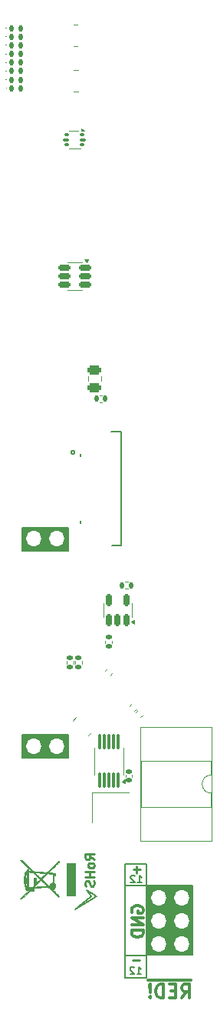
<source format=gbr>
%TF.GenerationSoftware,KiCad,Pcbnew,9.0.2*%
%TF.CreationDate,2025-06-25T16:41:34+02:00*%
%TF.ProjectId,tiliqua-motherboard,74696c69-7175-4612-9d6d-6f7468657262,rev?*%
%TF.SameCoordinates,Original*%
%TF.FileFunction,Legend,Bot*%
%TF.FilePolarity,Positive*%
%FSLAX46Y46*%
G04 Gerber Fmt 4.6, Leading zero omitted, Abs format (unit mm)*
G04 Created by KiCad (PCBNEW 9.0.2) date 2025-06-25 16:41:34*
%MOMM*%
%LPD*%
G01*
G04 APERTURE LIST*
G04 Aperture macros list*
%AMRoundRect*
0 Rectangle with rounded corners*
0 $1 Rounding radius*
0 $2 $3 $4 $5 $6 $7 $8 $9 X,Y pos of 4 corners*
0 Add a 4 corners polygon primitive as box body*
4,1,4,$2,$3,$4,$5,$6,$7,$8,$9,$2,$3,0*
0 Add four circle primitives for the rounded corners*
1,1,$1+$1,$2,$3*
1,1,$1+$1,$4,$5*
1,1,$1+$1,$6,$7*
1,1,$1+$1,$8,$9*
0 Add four rect primitives between the rounded corners*
20,1,$1+$1,$2,$3,$4,$5,0*
20,1,$1+$1,$4,$5,$6,$7,0*
20,1,$1+$1,$6,$7,$8,$9,0*
20,1,$1+$1,$8,$9,$2,$3,0*%
%AMRotRect*
0 Rectangle, with rotation*
0 The origin of the aperture is its center*
0 $1 length*
0 $2 width*
0 $3 Rotation angle, in degrees counterclockwise*
0 Add horizontal line*
21,1,$1,$2,0,0,$3*%
G04 Aperture macros list end*
%ADD10C,0.150000*%
%ADD11C,0.325000*%
%ADD12C,0.375000*%
%ADD13C,0.200000*%
%ADD14C,0.250000*%
%ADD15C,0.100000*%
%ADD16C,0.120000*%
%ADD17C,0.010000*%
%ADD18C,0.300000*%
%ADD19C,0.000000*%
%ADD20C,0.600000*%
%ADD21O,1.600000X1.000000*%
%ADD22O,2.000000X1.000000*%
%ADD23R,1.700000X1.700000*%
%ADD24O,1.700000X1.700000*%
%ADD25C,1.800000*%
%ADD26C,6.400000*%
%ADD27C,0.700000*%
%ADD28C,4.400000*%
%ADD29C,1.100000*%
%ADD30C,1.600000*%
%ADD31O,1.500000X3.500000*%
%ADD32RoundRect,0.147500X-0.147500X-0.172500X0.147500X-0.172500X0.147500X0.172500X-0.147500X0.172500X0*%
%ADD33RoundRect,0.150000X0.512500X0.150000X-0.512500X0.150000X-0.512500X-0.150000X0.512500X-0.150000X0*%
%ADD34RoundRect,0.135000X0.035355X-0.226274X0.226274X-0.035355X-0.035355X0.226274X-0.226274X0.035355X0*%
%ADD35R,1.400000X1.200000*%
%ADD36RoundRect,0.150000X0.150000X-0.512500X0.150000X0.512500X-0.150000X0.512500X-0.150000X-0.512500X0*%
%ADD37R,1.800000X0.300000*%
%ADD38R,3.200000X2.500000*%
%ADD39R,0.500000X0.400000*%
%ADD40R,0.500000X0.300000*%
%ADD41RoundRect,0.093750X0.156250X0.093750X-0.156250X0.093750X-0.156250X-0.093750X0.156250X-0.093750X0*%
%ADD42RoundRect,0.075000X0.250000X0.075000X-0.250000X0.075000X-0.250000X-0.075000X0.250000X-0.075000X0*%
%ADD43R,1.600000X3.100000*%
%ADD44RoundRect,0.140000X-0.140000X-0.170000X0.140000X-0.170000X0.140000X0.170000X-0.140000X0.170000X0*%
%ADD45RoundRect,0.250000X0.475000X-0.250000X0.475000X0.250000X-0.475000X0.250000X-0.475000X-0.250000X0*%
%ADD46RotRect,0.500000X0.400000X45.000000*%
%ADD47RotRect,0.500000X0.300000X45.000000*%
%ADD48RoundRect,0.087500X0.087500X-0.725000X0.087500X0.725000X-0.087500X0.725000X-0.087500X-0.725000X0*%
%ADD49RoundRect,0.135000X0.185000X-0.135000X0.185000X0.135000X-0.185000X0.135000X-0.185000X-0.135000X0*%
%ADD50RoundRect,0.135000X-0.135000X-0.185000X0.135000X-0.185000X0.135000X0.185000X-0.135000X0.185000X0*%
%ADD51RoundRect,0.140000X-0.170000X0.140000X-0.170000X-0.140000X0.170000X-0.140000X0.170000X0.140000X0*%
G04 APERTURE END LIST*
D10*
X9738784Y-97530247D02*
X10888784Y-98180247D01*
X10888784Y-98180247D02*
X8488784Y-99630247D01*
X8488784Y-99630247D02*
X10238784Y-98230247D01*
X10238784Y-98230247D02*
X9738784Y-97530247D01*
X16365000Y-104675000D02*
X14040000Y-104675000D01*
X2692246Y-57618527D02*
X7772246Y-57618527D01*
X7772246Y-60158527D01*
X2692246Y-60158527D01*
X2692246Y-57618527D01*
G36*
X2692246Y-57618527D02*
G01*
X7772246Y-57618527D01*
X7772246Y-60158527D01*
X2692246Y-60158527D01*
X2692246Y-57618527D01*
G37*
X16365000Y-107175000D02*
X14040000Y-107175000D01*
X14040000Y-107175000D02*
X14040000Y-94600000D01*
X16365000Y-94600000D02*
X16365000Y-107175000D01*
X16363650Y-97029800D02*
X21476150Y-97029800D01*
X21476150Y-104670200D01*
X16363650Y-104670200D01*
X16363650Y-97029800D01*
G36*
X16363650Y-97029800D02*
G01*
X21476150Y-97029800D01*
X21476150Y-104670200D01*
X16363650Y-104670200D01*
X16363650Y-97029800D01*
G37*
X2673468Y-80430000D02*
X7753468Y-80430000D01*
X7753468Y-82970000D01*
X2673468Y-82970000D01*
X2673468Y-80430000D01*
G36*
X2673468Y-80430000D02*
G01*
X7753468Y-80430000D01*
X7753468Y-82970000D01*
X2673468Y-82970000D01*
X2673468Y-80430000D01*
G37*
X14040000Y-94600000D02*
X16365000Y-94600000D01*
X16352500Y-97025000D02*
X14027500Y-97025000D01*
D11*
X14786409Y-99959524D02*
X14724504Y-99835714D01*
X14724504Y-99835714D02*
X14724504Y-99650000D01*
X14724504Y-99650000D02*
X14786409Y-99464286D01*
X14786409Y-99464286D02*
X14910219Y-99340476D01*
X14910219Y-99340476D02*
X15034028Y-99278571D01*
X15034028Y-99278571D02*
X15281647Y-99216667D01*
X15281647Y-99216667D02*
X15467361Y-99216667D01*
X15467361Y-99216667D02*
X15714980Y-99278571D01*
X15714980Y-99278571D02*
X15838790Y-99340476D01*
X15838790Y-99340476D02*
X15962600Y-99464286D01*
X15962600Y-99464286D02*
X16024504Y-99650000D01*
X16024504Y-99650000D02*
X16024504Y-99773809D01*
X16024504Y-99773809D02*
X15962600Y-99959524D01*
X15962600Y-99959524D02*
X15900695Y-100021428D01*
X15900695Y-100021428D02*
X15467361Y-100021428D01*
X15467361Y-100021428D02*
X15467361Y-99773809D01*
X16024504Y-100578571D02*
X14724504Y-100578571D01*
X14724504Y-100578571D02*
X16024504Y-101321428D01*
X16024504Y-101321428D02*
X14724504Y-101321428D01*
X16024504Y-101940476D02*
X14724504Y-101940476D01*
X14724504Y-101940476D02*
X14724504Y-102250000D01*
X14724504Y-102250000D02*
X14786409Y-102435714D01*
X14786409Y-102435714D02*
X14910219Y-102559524D01*
X14910219Y-102559524D02*
X15034028Y-102621429D01*
X15034028Y-102621429D02*
X15281647Y-102683333D01*
X15281647Y-102683333D02*
X15467361Y-102683333D01*
X15467361Y-102683333D02*
X15714980Y-102621429D01*
X15714980Y-102621429D02*
X15838790Y-102559524D01*
X15838790Y-102559524D02*
X15962600Y-102435714D01*
X15962600Y-102435714D02*
X16024504Y-102250000D01*
X16024504Y-102250000D02*
X16024504Y-101940476D01*
D12*
X20261428Y-109378428D02*
X20761428Y-108664142D01*
X21118571Y-109378428D02*
X21118571Y-107878428D01*
X21118571Y-107878428D02*
X20547142Y-107878428D01*
X20547142Y-107878428D02*
X20404285Y-107949857D01*
X20404285Y-107949857D02*
X20332856Y-108021285D01*
X20332856Y-108021285D02*
X20261428Y-108164142D01*
X20261428Y-108164142D02*
X20261428Y-108378428D01*
X20261428Y-108378428D02*
X20332856Y-108521285D01*
X20332856Y-108521285D02*
X20404285Y-108592714D01*
X20404285Y-108592714D02*
X20547142Y-108664142D01*
X20547142Y-108664142D02*
X21118571Y-108664142D01*
X19618571Y-108592714D02*
X19118571Y-108592714D01*
X18904285Y-109378428D02*
X19618571Y-109378428D01*
X19618571Y-109378428D02*
X19618571Y-107878428D01*
X19618571Y-107878428D02*
X18904285Y-107878428D01*
X18261428Y-109378428D02*
X18261428Y-107878428D01*
X18261428Y-107878428D02*
X17904285Y-107878428D01*
X17904285Y-107878428D02*
X17689999Y-107949857D01*
X17689999Y-107949857D02*
X17547142Y-108092714D01*
X17547142Y-108092714D02*
X17475713Y-108235571D01*
X17475713Y-108235571D02*
X17404285Y-108521285D01*
X17404285Y-108521285D02*
X17404285Y-108735571D01*
X17404285Y-108735571D02*
X17475713Y-109021285D01*
X17475713Y-109021285D02*
X17547142Y-109164142D01*
X17547142Y-109164142D02*
X17689999Y-109307000D01*
X17689999Y-109307000D02*
X17904285Y-109378428D01*
X17904285Y-109378428D02*
X18261428Y-109378428D01*
X16761428Y-109235571D02*
X16689999Y-109307000D01*
X16689999Y-109307000D02*
X16761428Y-109378428D01*
X16761428Y-109378428D02*
X16832856Y-109307000D01*
X16832856Y-109307000D02*
X16761428Y-109235571D01*
X16761428Y-109235571D02*
X16761428Y-109378428D01*
X16761428Y-108807000D02*
X16832856Y-107949857D01*
X16832856Y-107949857D02*
X16761428Y-107878428D01*
X16761428Y-107878428D02*
X16689999Y-107949857D01*
X16689999Y-107949857D02*
X16761428Y-108807000D01*
X16761428Y-108807000D02*
X16761428Y-107878428D01*
X21325714Y-107462000D02*
X16554285Y-107462000D01*
D13*
X15367381Y-96709695D02*
X15824524Y-96709695D01*
X15595952Y-96709695D02*
X15595952Y-95909695D01*
X15595952Y-95909695D02*
X15672143Y-96023980D01*
X15672143Y-96023980D02*
X15748333Y-96100171D01*
X15748333Y-96100171D02*
X15824524Y-96138266D01*
X15062619Y-95985885D02*
X15024523Y-95947790D01*
X15024523Y-95947790D02*
X14948333Y-95909695D01*
X14948333Y-95909695D02*
X14757857Y-95909695D01*
X14757857Y-95909695D02*
X14681666Y-95947790D01*
X14681666Y-95947790D02*
X14643571Y-95985885D01*
X14643571Y-95985885D02*
X14605476Y-96062076D01*
X14605476Y-96062076D02*
X14605476Y-96138266D01*
X14605476Y-96138266D02*
X14643571Y-96252552D01*
X14643571Y-96252552D02*
X15100714Y-96709695D01*
X15100714Y-96709695D02*
X14605476Y-96709695D01*
D14*
X15658400Y-95243666D02*
X14896496Y-95243666D01*
X15277448Y-95624619D02*
X15277448Y-94862714D01*
D13*
X15317381Y-106784695D02*
X15774524Y-106784695D01*
X15545952Y-106784695D02*
X15545952Y-105984695D01*
X15545952Y-105984695D02*
X15622143Y-106098980D01*
X15622143Y-106098980D02*
X15698333Y-106175171D01*
X15698333Y-106175171D02*
X15774524Y-106213266D01*
X15012619Y-106060885D02*
X14974523Y-106022790D01*
X14974523Y-106022790D02*
X14898333Y-105984695D01*
X14898333Y-105984695D02*
X14707857Y-105984695D01*
X14707857Y-105984695D02*
X14631666Y-106022790D01*
X14631666Y-106022790D02*
X14593571Y-106060885D01*
X14593571Y-106060885D02*
X14555476Y-106137076D01*
X14555476Y-106137076D02*
X14555476Y-106213266D01*
X14555476Y-106213266D02*
X14593571Y-106327552D01*
X14593571Y-106327552D02*
X15050714Y-106784695D01*
X15050714Y-106784695D02*
X14555476Y-106784695D01*
D14*
X15570951Y-105243666D02*
X14809047Y-105243666D01*
X10595909Y-94149796D02*
X10119718Y-93816463D01*
X10595909Y-93578368D02*
X9595909Y-93578368D01*
X9595909Y-93578368D02*
X9595909Y-93959320D01*
X9595909Y-93959320D02*
X9643528Y-94054558D01*
X9643528Y-94054558D02*
X9691147Y-94102177D01*
X9691147Y-94102177D02*
X9786385Y-94149796D01*
X9786385Y-94149796D02*
X9929242Y-94149796D01*
X9929242Y-94149796D02*
X10024480Y-94102177D01*
X10024480Y-94102177D02*
X10072099Y-94054558D01*
X10072099Y-94054558D02*
X10119718Y-93959320D01*
X10119718Y-93959320D02*
X10119718Y-93578368D01*
X10595909Y-94721225D02*
X10548290Y-94625987D01*
X10548290Y-94625987D02*
X10500670Y-94578368D01*
X10500670Y-94578368D02*
X10405432Y-94530749D01*
X10405432Y-94530749D02*
X10119718Y-94530749D01*
X10119718Y-94530749D02*
X10024480Y-94578368D01*
X10024480Y-94578368D02*
X9976861Y-94625987D01*
X9976861Y-94625987D02*
X9929242Y-94721225D01*
X9929242Y-94721225D02*
X9929242Y-94864082D01*
X9929242Y-94864082D02*
X9976861Y-94959320D01*
X9976861Y-94959320D02*
X10024480Y-95006939D01*
X10024480Y-95006939D02*
X10119718Y-95054558D01*
X10119718Y-95054558D02*
X10405432Y-95054558D01*
X10405432Y-95054558D02*
X10500670Y-95006939D01*
X10500670Y-95006939D02*
X10548290Y-94959320D01*
X10548290Y-94959320D02*
X10595909Y-94864082D01*
X10595909Y-94864082D02*
X10595909Y-94721225D01*
X10595909Y-95483130D02*
X9595909Y-95483130D01*
X10072099Y-95483130D02*
X10072099Y-96054558D01*
X10595909Y-96054558D02*
X9595909Y-96054558D01*
X10548290Y-96483130D02*
X10595909Y-96625987D01*
X10595909Y-96625987D02*
X10595909Y-96864082D01*
X10595909Y-96864082D02*
X10548290Y-96959320D01*
X10548290Y-96959320D02*
X10500670Y-97006939D01*
X10500670Y-97006939D02*
X10405432Y-97054558D01*
X10405432Y-97054558D02*
X10310194Y-97054558D01*
X10310194Y-97054558D02*
X10214956Y-97006939D01*
X10214956Y-97006939D02*
X10167337Y-96959320D01*
X10167337Y-96959320D02*
X10119718Y-96864082D01*
X10119718Y-96864082D02*
X10072099Y-96673606D01*
X10072099Y-96673606D02*
X10024480Y-96578368D01*
X10024480Y-96578368D02*
X9976861Y-96530749D01*
X9976861Y-96530749D02*
X9881623Y-96483130D01*
X9881623Y-96483130D02*
X9786385Y-96483130D01*
X9786385Y-96483130D02*
X9691147Y-96530749D01*
X9691147Y-96530749D02*
X9643528Y-96578368D01*
X9643528Y-96578368D02*
X9595909Y-96673606D01*
X9595909Y-96673606D02*
X9595909Y-96911701D01*
X9595909Y-96911701D02*
X9643528Y-97054558D01*
D15*
%TO.C,D6*%
X925000Y-2650000D02*
G75*
G02*
X825000Y-2650000I-50000J0D01*
G01*
X825000Y-2650000D02*
G75*
G02*
X925000Y-2650000I50000J0D01*
G01*
D16*
%TO.C,U3*%
X8433657Y-28389999D02*
X7633657Y-28389999D01*
X8433657Y-28389999D02*
X9233657Y-28389999D01*
X8433657Y-31509999D02*
X7633657Y-31509999D01*
X8433657Y-31509999D02*
X9233657Y-31509999D01*
X9733657Y-28439999D02*
X9493657Y-28109999D01*
X9973657Y-28109999D01*
X9733657Y-28439999D01*
G36*
X9733657Y-28439999D02*
G01*
X9493657Y-28109999D01*
X9973657Y-28109999D01*
X9733657Y-28439999D01*
G37*
%TO.C,R49*%
X12059524Y-73135578D02*
X11842243Y-73352859D01*
X12596925Y-73672979D02*
X12379644Y-73890260D01*
%TO.C,Y2*%
X10400798Y-86762359D02*
X10400798Y-90062359D01*
X14400798Y-86762359D02*
X10400798Y-86762359D01*
D15*
%TO.C,D16*%
X945000Y-8340000D02*
G75*
G02*
X845000Y-8340000I-50000J0D01*
G01*
X845000Y-8340000D02*
G75*
G02*
X945000Y-8340000I50000J0D01*
G01*
%TO.C,D14*%
X925000Y-4550000D02*
G75*
G02*
X825000Y-4550000I-50000J0D01*
G01*
X825000Y-4550000D02*
G75*
G02*
X925000Y-4550000I50000J0D01*
G01*
D16*
%TO.C,U6*%
X11623657Y-65899999D02*
X11623656Y-66699999D01*
X11623657Y-67499999D02*
X11623656Y-66699999D01*
X14743657Y-65899999D02*
X14743658Y-66699999D01*
X14743657Y-67499999D02*
X14743658Y-66699999D01*
X15023657Y-68239999D02*
X14693657Y-67999999D01*
X15023657Y-67759999D01*
X15023657Y-68239999D01*
G36*
X15023657Y-68239999D02*
G01*
X14693657Y-67999999D01*
X15023657Y-67759999D01*
X15023657Y-68239999D01*
G37*
%TO.C,R48*%
X14711288Y-77056826D02*
X14494007Y-77274107D01*
X15248689Y-77594227D02*
X15031408Y-77811508D01*
D15*
%TO.C,D10*%
X932500Y-3600000D02*
G75*
G02*
X832500Y-3600000I-50000J0D01*
G01*
X832500Y-3600000D02*
G75*
G02*
X932500Y-3600000I50000J0D01*
G01*
%TO.C,D8*%
X940000Y-6440000D02*
G75*
G02*
X840000Y-6440000I-50000J0D01*
G01*
X840000Y-6440000D02*
G75*
G02*
X940000Y-6440000I50000J0D01*
G01*
D13*
%TO.C,J1*%
X9100000Y-49800000D02*
X9100000Y-49550000D01*
X9100000Y-56900000D02*
X9100000Y-57150000D01*
X13550000Y-47050000D02*
X12500000Y-47050000D01*
X13550000Y-47050000D02*
X13550000Y-59600000D01*
X13550000Y-59600000D02*
X12550000Y-59600000D01*
X8450000Y-49350000D02*
G75*
G02*
X8050000Y-49350000I-200000J0D01*
G01*
X8050000Y-49350000D02*
G75*
G02*
X8450000Y-49350000I200000J0D01*
G01*
D16*
%TO.C,RN4*%
X8860000Y-7260000D02*
X8360000Y-7260000D01*
X8860000Y-9620000D02*
X8360000Y-9620000D01*
%TO.C,U1*%
X7783657Y-13959999D02*
X8833657Y-13959999D01*
X7783657Y-15939999D02*
X9083657Y-15939999D01*
X9483657Y-13959999D02*
X9203657Y-13959999D01*
X9203657Y-13679999D01*
X9483657Y-13959999D01*
G36*
X9483657Y-13959999D02*
G01*
X9203657Y-13959999D01*
X9203657Y-13679999D01*
X9483657Y-13959999D01*
G37*
D17*
%TO.C,REF\u002A\u002A*%
X8457822Y-98097822D02*
X7590198Y-98097822D01*
X7590198Y-94577029D01*
X8457822Y-94577029D01*
X8457822Y-98097822D01*
G36*
X8457822Y-98097822D02*
G01*
X7590198Y-98097822D01*
X7590198Y-94577029D01*
X8457822Y-94577029D01*
X8457822Y-98097822D01*
G37*
X3249158Y-94838062D02*
X3880726Y-95438599D01*
X4024673Y-95450604D01*
X4600635Y-95498635D01*
X4702791Y-95507124D01*
X4830612Y-95517657D01*
X4949767Y-95527379D01*
X5057914Y-95536102D01*
X5152713Y-95543642D01*
X5231819Y-95549813D01*
X5292892Y-95554427D01*
X5333590Y-95557300D01*
X5351570Y-95558246D01*
X5359808Y-95555749D01*
X5377599Y-95544529D01*
X5404411Y-95523249D01*
X5416129Y-95512979D01*
X5441466Y-95490775D01*
X5489986Y-95445977D01*
X5551192Y-95387719D01*
X5626307Y-95314871D01*
X5716549Y-95226297D01*
X5823144Y-95120866D01*
X5893094Y-95051508D01*
X5990658Y-94954820D01*
X6087941Y-94858474D01*
X6182014Y-94765362D01*
X6269950Y-94678382D01*
X6348820Y-94600431D01*
X6415699Y-94534404D01*
X6467658Y-94483198D01*
X6671620Y-94282486D01*
X6709671Y-94318942D01*
X6718245Y-94327540D01*
X6739297Y-94352905D01*
X6747723Y-94370305D01*
X6740530Y-94383928D01*
X6718944Y-94409256D01*
X6687995Y-94439621D01*
X6668447Y-94458104D01*
X6632752Y-94492573D01*
X6582684Y-94541288D01*
X6520001Y-94602531D01*
X6446457Y-94674580D01*
X6363810Y-94755715D01*
X6273815Y-94844216D01*
X6178228Y-94938363D01*
X6078805Y-95036435D01*
X5529343Y-95578839D01*
X5814746Y-95600934D01*
X5875662Y-95605750D01*
X5957548Y-95612784D01*
X6019569Y-95619128D01*
X6064987Y-95625252D01*
X6097062Y-95631628D01*
X6119052Y-95638723D01*
X6134219Y-95647009D01*
X6155416Y-95658607D01*
X6194386Y-95668150D01*
X6250531Y-95670989D01*
X6332773Y-95670990D01*
X6332773Y-95897326D01*
X6156733Y-95897326D01*
X6156733Y-96742918D01*
X6212262Y-96791797D01*
X6226722Y-96805164D01*
X6284813Y-96877612D01*
X6320576Y-96959468D01*
X6332773Y-97048100D01*
X6326306Y-97126308D01*
X6299047Y-97214768D01*
X6250327Y-97290493D01*
X6236403Y-97305252D01*
X6191328Y-97342136D01*
X6138819Y-97374497D01*
X6087061Y-97397703D01*
X6044239Y-97407121D01*
X6038023Y-97407303D01*
X6015246Y-97408658D01*
X5999513Y-97412200D01*
X5992069Y-97419610D01*
X5994156Y-97432568D01*
X6007020Y-97452757D01*
X6031905Y-97481855D01*
X6070053Y-97521544D01*
X6122710Y-97573504D01*
X6191119Y-97639416D01*
X6276524Y-97720960D01*
X6322111Y-97764396D01*
X6398441Y-97837000D01*
X6470808Y-97905691D01*
X6536366Y-97967777D01*
X6592274Y-98020566D01*
X6635686Y-98061366D01*
X6663758Y-98087485D01*
X6741436Y-98158881D01*
X6653416Y-98247137D01*
X6081287Y-97701310D01*
X6045188Y-97666895D01*
X5916272Y-97544454D01*
X5804754Y-97439349D01*
X5710288Y-97351264D01*
X5632529Y-97279884D01*
X5571131Y-97224895D01*
X5525748Y-97185981D01*
X5496035Y-97162827D01*
X5481644Y-97155118D01*
X5481559Y-97155117D01*
X5463624Y-97156175D01*
X5423421Y-97159262D01*
X5363687Y-97164142D01*
X5287158Y-97170568D01*
X5196569Y-97178300D01*
X5094657Y-97187095D01*
X4984159Y-97196713D01*
X4867811Y-97206909D01*
X4748348Y-97217444D01*
X4628507Y-97228074D01*
X4511025Y-97238558D01*
X4398637Y-97248654D01*
X4294081Y-97258119D01*
X4200091Y-97266712D01*
X4119405Y-97274191D01*
X4054759Y-97280313D01*
X4008888Y-97284838D01*
X3984530Y-97287522D01*
X3931089Y-97294610D01*
X3931089Y-97569703D01*
X3720470Y-97570032D01*
X3509852Y-97570361D01*
X3050891Y-98022086D01*
X2591931Y-98473811D01*
X2504848Y-98474430D01*
X2417767Y-98475049D01*
X2966952Y-97933230D01*
X3019998Y-97880863D01*
X3129772Y-97772197D01*
X3223114Y-97679291D01*
X3301173Y-97600945D01*
X3365097Y-97535957D01*
X3416035Y-97483128D01*
X3429126Y-97469109D01*
X3611172Y-97469109D01*
X3830496Y-97469109D01*
X3830495Y-97387377D01*
X3830489Y-97380105D01*
X3829612Y-97339050D01*
X3825867Y-97316723D01*
X3817270Y-97307471D01*
X3801840Y-97305644D01*
X3779160Y-97313694D01*
X3741428Y-97341270D01*
X3692179Y-97387377D01*
X3611172Y-97469109D01*
X3429126Y-97469109D01*
X3455135Y-97441257D01*
X3483548Y-97409145D01*
X3502420Y-97385590D01*
X3512901Y-97369392D01*
X3516139Y-97359351D01*
X3515158Y-97342421D01*
X3507995Y-97332916D01*
X3488401Y-97331278D01*
X3450124Y-97335218D01*
X3426025Y-97337935D01*
X3385744Y-97341716D01*
X3358961Y-97343240D01*
X3349728Y-97343985D01*
X3339838Y-97351254D01*
X3336562Y-97371332D01*
X3337992Y-97410311D01*
X3338553Y-97420263D01*
X3337921Y-97460102D01*
X3329167Y-97488440D01*
X3309289Y-97516370D01*
X3305104Y-97521180D01*
X3254427Y-97560518D01*
X3195934Y-97577828D01*
X3134575Y-97572526D01*
X3075297Y-97544025D01*
X3071607Y-97541267D01*
X3039850Y-97503178D01*
X3021067Y-97453524D01*
X3016071Y-97399998D01*
X3025679Y-97350293D01*
X3050704Y-97312100D01*
X3063480Y-97299169D01*
X3066576Y-97286572D01*
X3056998Y-97268533D01*
X3033082Y-97238072D01*
X3025731Y-97228726D01*
X2979339Y-97156570D01*
X2938084Y-97071085D01*
X2904936Y-96980233D01*
X2882868Y-96891973D01*
X2874852Y-96814264D01*
X2874788Y-96806009D01*
X2870321Y-96760121D01*
X2857795Y-96734921D01*
X2835784Y-96727227D01*
X2828849Y-96726324D01*
X2822885Y-96721385D01*
X2818519Y-96709388D01*
X2815503Y-96687320D01*
X2813590Y-96652164D01*
X2812530Y-96600906D01*
X2812077Y-96530529D01*
X2811980Y-96438020D01*
X2812150Y-96351340D01*
X2812835Y-96277668D01*
X2813558Y-96249406D01*
X2912575Y-96249406D01*
X2912576Y-96626633D01*
X2975446Y-96626633D01*
X2975446Y-96249406D01*
X2912575Y-96249406D01*
X2813558Y-96249406D01*
X2814215Y-96223735D01*
X2816470Y-96186712D01*
X2819778Y-96163770D01*
X2824320Y-96152079D01*
X2830270Y-96148813D01*
X2972893Y-96148813D01*
X3076040Y-96148812D01*
X3076040Y-96727227D01*
X2985122Y-96727227D01*
X2993753Y-96799529D01*
X3012249Y-96910002D01*
X3045691Y-97021184D01*
X3092324Y-97113150D01*
X3152786Y-97187458D01*
X3201782Y-97235302D01*
X3201782Y-97225149D01*
X3314951Y-97225149D01*
X3362104Y-97220987D01*
X3383498Y-97219065D01*
X3441909Y-97213076D01*
X3480382Y-97207174D01*
X3502912Y-97200273D01*
X3513498Y-97191288D01*
X3516139Y-97179130D01*
X3517937Y-97168199D01*
X3523438Y-97163558D01*
X3935703Y-97163558D01*
X3943732Y-97163747D01*
X3974653Y-97162092D01*
X4026653Y-97158451D01*
X4097487Y-97153005D01*
X4184912Y-97145937D01*
X4286681Y-97137430D01*
X4400552Y-97127665D01*
X4524279Y-97116825D01*
X4655618Y-97105093D01*
X4756908Y-97095921D01*
X4882526Y-97084434D01*
X4998762Y-97073678D01*
X5103380Y-97063869D01*
X5194140Y-97055219D01*
X5268804Y-97047943D01*
X5325134Y-97042254D01*
X5360891Y-97038366D01*
X5373837Y-97036494D01*
X5369826Y-97030812D01*
X5350138Y-97009980D01*
X5316322Y-96976128D01*
X5270837Y-96931588D01*
X5216146Y-96878690D01*
X5154710Y-96819764D01*
X5088990Y-96757141D01*
X5021449Y-96693152D01*
X4954547Y-96630126D01*
X4890746Y-96570394D01*
X4832507Y-96516287D01*
X4782292Y-96470135D01*
X4742563Y-96434267D01*
X4715780Y-96411016D01*
X4704406Y-96402710D01*
X4693383Y-96410852D01*
X4666999Y-96434522D01*
X4627527Y-96471522D01*
X4577191Y-96519650D01*
X4518217Y-96576704D01*
X4452830Y-96640480D01*
X4383255Y-96708778D01*
X4311716Y-96779395D01*
X4240438Y-96850129D01*
X4171647Y-96918778D01*
X4107566Y-96983139D01*
X4050422Y-97041012D01*
X4002439Y-97090189D01*
X3965841Y-97128476D01*
X3942854Y-97153666D01*
X3935703Y-97163558D01*
X3523438Y-97163558D01*
X3526530Y-97160950D01*
X3546505Y-97156900D01*
X3582450Y-97155137D01*
X3638952Y-97154752D01*
X3761766Y-97154752D01*
X3801840Y-97114554D01*
X3899654Y-97016435D01*
X4037542Y-96878119D01*
X3931089Y-96878119D01*
X3931089Y-96123663D01*
X4170000Y-96123663D01*
X4170000Y-96742169D01*
X4386906Y-96532408D01*
X4428334Y-96492230D01*
X4485200Y-96436672D01*
X4534082Y-96388430D01*
X4572441Y-96350029D01*
X4597741Y-96323997D01*
X4607443Y-96312860D01*
X4604767Y-96308627D01*
X4602222Y-96305818D01*
X4803046Y-96305818D01*
X4807405Y-96313556D01*
X4827241Y-96336605D01*
X4860375Y-96371291D01*
X4903820Y-96414513D01*
X4954587Y-96463168D01*
X4968051Y-96475860D01*
X5028275Y-96532771D01*
X5099864Y-96600587D01*
X5177437Y-96674200D01*
X5255611Y-96748507D01*
X5329005Y-96818401D01*
X5333409Y-96822599D01*
X5401784Y-96887580D01*
X5454732Y-96937165D01*
X5494767Y-96973312D01*
X5524411Y-96997983D01*
X5546181Y-97013142D01*
X5562595Y-97020744D01*
X5576174Y-97022753D01*
X5589434Y-97021128D01*
X5590819Y-97020844D01*
X5622228Y-97007302D01*
X5636863Y-96980252D01*
X5668063Y-96896871D01*
X5720038Y-96822582D01*
X5788791Y-96764155D01*
X5871315Y-96724110D01*
X5964606Y-96704974D01*
X6043565Y-96698636D01*
X6043565Y-95749161D01*
X6015273Y-95742542D01*
X6008329Y-95741371D01*
X5977281Y-95737732D01*
X5927081Y-95732766D01*
X5861727Y-95726842D01*
X5785219Y-95720331D01*
X5701555Y-95713599D01*
X5416129Y-95691276D01*
X5110565Y-95992174D01*
X5054705Y-96047364D01*
X4986888Y-96114891D01*
X4926643Y-96175471D01*
X4876053Y-96226979D01*
X4837200Y-96267290D01*
X4812170Y-96294278D01*
X4803046Y-96305818D01*
X4602222Y-96305818D01*
X4586782Y-96288776D01*
X4553480Y-96254549D01*
X4506712Y-96207773D01*
X4448325Y-96150276D01*
X4380169Y-96083888D01*
X4304094Y-96010436D01*
X4221950Y-95931748D01*
X4138943Y-95852659D01*
X4057136Y-95775129D01*
X3990082Y-95712254D01*
X3936007Y-95662498D01*
X3893129Y-95624322D01*
X3859673Y-95596189D01*
X3833861Y-95576560D01*
X3830135Y-95574195D01*
X4024673Y-95574195D01*
X4024908Y-95574616D01*
X4036350Y-95586491D01*
X4063198Y-95612869D01*
X4103018Y-95651429D01*
X4153372Y-95699847D01*
X4211828Y-95755797D01*
X4275948Y-95816957D01*
X4343298Y-95881005D01*
X4411443Y-95945615D01*
X4477948Y-96008465D01*
X4540377Y-96067232D01*
X4596295Y-96119591D01*
X4704406Y-96220467D01*
X4706476Y-96222399D01*
X4981968Y-95946695D01*
X5049224Y-95879274D01*
X5112162Y-95815733D01*
X5160100Y-95766510D01*
X5194594Y-95729804D01*
X5217199Y-95703810D01*
X5229471Y-95686725D01*
X5232966Y-95676744D01*
X5229238Y-95672065D01*
X5219844Y-95670884D01*
X5204749Y-95670127D01*
X5165883Y-95667399D01*
X5106895Y-95662892D01*
X5030473Y-95656821D01*
X4939305Y-95649404D01*
X4836080Y-95640858D01*
X4723483Y-95631398D01*
X4604205Y-95621242D01*
X4499077Y-95612277D01*
X4388350Y-95602934D01*
X4287814Y-95594558D01*
X4199943Y-95587347D01*
X4127215Y-95581504D01*
X4072110Y-95577231D01*
X4037104Y-95574727D01*
X4024673Y-95574195D01*
X3830135Y-95574195D01*
X3813914Y-95563899D01*
X3798056Y-95556666D01*
X3784509Y-95553325D01*
X3777910Y-95552439D01*
X3741548Y-95548511D01*
X3688018Y-95543541D01*
X3623421Y-95538073D01*
X3553863Y-95532656D01*
X3529635Y-95530820D01*
X3464178Y-95525512D01*
X3407717Y-95520452D01*
X3365618Y-95516137D01*
X3343243Y-95513066D01*
X3314951Y-95507045D01*
X3314951Y-97225149D01*
X3201782Y-97225149D01*
X3201782Y-95820779D01*
X3111094Y-95824474D01*
X3020406Y-95828168D01*
X3005252Y-95903614D01*
X2998379Y-95941449D01*
X2988756Y-96004632D01*
X2981496Y-96063935D01*
X2972893Y-96148813D01*
X2830270Y-96148813D01*
X2830272Y-96148812D01*
X2844888Y-96138063D01*
X2854215Y-96107945D01*
X2855846Y-96096418D01*
X2861591Y-96057114D01*
X2869378Y-96004812D01*
X2878003Y-95947624D01*
X2882393Y-95916084D01*
X2887148Y-95869925D01*
X2888295Y-95837359D01*
X2885495Y-95823977D01*
X2883671Y-95821692D01*
X2879165Y-95800595D01*
X2876029Y-95762645D01*
X2874852Y-95713953D01*
X2874852Y-95608118D01*
X2912575Y-95608106D01*
X2915718Y-95608106D01*
X2928669Y-95607612D01*
X2950411Y-95601181D01*
X2950967Y-95600629D01*
X3101188Y-95600629D01*
X3102463Y-95602303D01*
X3119976Y-95606456D01*
X3151485Y-95608118D01*
X3201782Y-95608119D01*
X3201782Y-95551092D01*
X3201662Y-95534007D01*
X3199462Y-95508692D01*
X3192334Y-95501384D01*
X3177508Y-95507057D01*
X3174682Y-95508733D01*
X3152944Y-95527552D01*
X3128820Y-95554817D01*
X3109254Y-95582013D01*
X3101188Y-95600629D01*
X2950967Y-95600629D01*
X2968851Y-95582877D01*
X2990801Y-95547170D01*
X3010853Y-95515826D01*
X3049356Y-95468107D01*
X3092579Y-95424862D01*
X3134627Y-95391781D01*
X3169604Y-95374558D01*
X3183081Y-95370338D01*
X3192334Y-95362520D01*
X3195454Y-95359884D01*
X3200696Y-95338338D01*
X3201782Y-95298686D01*
X3201781Y-95230891D01*
X3314951Y-95230891D01*
X3314951Y-95390423D01*
X3492733Y-95405318D01*
X3517037Y-95407318D01*
X3577880Y-95411977D01*
X3627389Y-95415269D01*
X3660992Y-95416908D01*
X3674116Y-95416610D01*
X3670344Y-95412276D01*
X3650676Y-95392504D01*
X3615818Y-95358322D01*
X3567576Y-95311459D01*
X3507757Y-95253646D01*
X3438167Y-95186613D01*
X3360615Y-95112088D01*
X3276907Y-95031803D01*
X3188848Y-94947487D01*
X3098250Y-94860870D01*
X3006915Y-94773681D01*
X2916653Y-94687651D01*
X2829269Y-94604508D01*
X2746572Y-94525984D01*
X2670368Y-94453808D01*
X2602463Y-94389709D01*
X2544666Y-94335417D01*
X2441040Y-94238408D01*
X2529314Y-94237966D01*
X2617589Y-94237526D01*
X3249158Y-94838062D01*
G36*
X3249158Y-94838062D02*
G01*
X3880726Y-95438599D01*
X4024673Y-95450604D01*
X4600635Y-95498635D01*
X4702791Y-95507124D01*
X4830612Y-95517657D01*
X4949767Y-95527379D01*
X5057914Y-95536102D01*
X5152713Y-95543642D01*
X5231819Y-95549813D01*
X5292892Y-95554427D01*
X5333590Y-95557300D01*
X5351570Y-95558246D01*
X5359808Y-95555749D01*
X5377599Y-95544529D01*
X5404411Y-95523249D01*
X5416129Y-95512979D01*
X5441466Y-95490775D01*
X5489986Y-95445977D01*
X5551192Y-95387719D01*
X5626307Y-95314871D01*
X5716549Y-95226297D01*
X5823144Y-95120866D01*
X5893094Y-95051508D01*
X5990658Y-94954820D01*
X6087941Y-94858474D01*
X6182014Y-94765362D01*
X6269950Y-94678382D01*
X6348820Y-94600431D01*
X6415699Y-94534404D01*
X6467658Y-94483198D01*
X6671620Y-94282486D01*
X6709671Y-94318942D01*
X6718245Y-94327540D01*
X6739297Y-94352905D01*
X6747723Y-94370305D01*
X6740530Y-94383928D01*
X6718944Y-94409256D01*
X6687995Y-94439621D01*
X6668447Y-94458104D01*
X6632752Y-94492573D01*
X6582684Y-94541288D01*
X6520001Y-94602531D01*
X6446457Y-94674580D01*
X6363810Y-94755715D01*
X6273815Y-94844216D01*
X6178228Y-94938363D01*
X6078805Y-95036435D01*
X5529343Y-95578839D01*
X5814746Y-95600934D01*
X5875662Y-95605750D01*
X5957548Y-95612784D01*
X6019569Y-95619128D01*
X6064987Y-95625252D01*
X6097062Y-95631628D01*
X6119052Y-95638723D01*
X6134219Y-95647009D01*
X6155416Y-95658607D01*
X6194386Y-95668150D01*
X6250531Y-95670989D01*
X6332773Y-95670990D01*
X6332773Y-95897326D01*
X6156733Y-95897326D01*
X6156733Y-96742918D01*
X6212262Y-96791797D01*
X6226722Y-96805164D01*
X6284813Y-96877612D01*
X6320576Y-96959468D01*
X6332773Y-97048100D01*
X6326306Y-97126308D01*
X6299047Y-97214768D01*
X6250327Y-97290493D01*
X6236403Y-97305252D01*
X6191328Y-97342136D01*
X6138819Y-97374497D01*
X6087061Y-97397703D01*
X6044239Y-97407121D01*
X6038023Y-97407303D01*
X6015246Y-97408658D01*
X5999513Y-97412200D01*
X5992069Y-97419610D01*
X5994156Y-97432568D01*
X6007020Y-97452757D01*
X6031905Y-97481855D01*
X6070053Y-97521544D01*
X6122710Y-97573504D01*
X6191119Y-97639416D01*
X6276524Y-97720960D01*
X6322111Y-97764396D01*
X6398441Y-97837000D01*
X6470808Y-97905691D01*
X6536366Y-97967777D01*
X6592274Y-98020566D01*
X6635686Y-98061366D01*
X6663758Y-98087485D01*
X6741436Y-98158881D01*
X6653416Y-98247137D01*
X6081287Y-97701310D01*
X6045188Y-97666895D01*
X5916272Y-97544454D01*
X5804754Y-97439349D01*
X5710288Y-97351264D01*
X5632529Y-97279884D01*
X5571131Y-97224895D01*
X5525748Y-97185981D01*
X5496035Y-97162827D01*
X5481644Y-97155118D01*
X5481559Y-97155117D01*
X5463624Y-97156175D01*
X5423421Y-97159262D01*
X5363687Y-97164142D01*
X5287158Y-97170568D01*
X5196569Y-97178300D01*
X5094657Y-97187095D01*
X4984159Y-97196713D01*
X4867811Y-97206909D01*
X4748348Y-97217444D01*
X4628507Y-97228074D01*
X4511025Y-97238558D01*
X4398637Y-97248654D01*
X4294081Y-97258119D01*
X4200091Y-97266712D01*
X4119405Y-97274191D01*
X4054759Y-97280313D01*
X4008888Y-97284838D01*
X3984530Y-97287522D01*
X3931089Y-97294610D01*
X3931089Y-97569703D01*
X3720470Y-97570032D01*
X3509852Y-97570361D01*
X3050891Y-98022086D01*
X2591931Y-98473811D01*
X2504848Y-98474430D01*
X2417767Y-98475049D01*
X2966952Y-97933230D01*
X3019998Y-97880863D01*
X3129772Y-97772197D01*
X3223114Y-97679291D01*
X3301173Y-97600945D01*
X3365097Y-97535957D01*
X3416035Y-97483128D01*
X3429126Y-97469109D01*
X3611172Y-97469109D01*
X3830496Y-97469109D01*
X3830495Y-97387377D01*
X3830489Y-97380105D01*
X3829612Y-97339050D01*
X3825867Y-97316723D01*
X3817270Y-97307471D01*
X3801840Y-97305644D01*
X3779160Y-97313694D01*
X3741428Y-97341270D01*
X3692179Y-97387377D01*
X3611172Y-97469109D01*
X3429126Y-97469109D01*
X3455135Y-97441257D01*
X3483548Y-97409145D01*
X3502420Y-97385590D01*
X3512901Y-97369392D01*
X3516139Y-97359351D01*
X3515158Y-97342421D01*
X3507995Y-97332916D01*
X3488401Y-97331278D01*
X3450124Y-97335218D01*
X3426025Y-97337935D01*
X3385744Y-97341716D01*
X3358961Y-97343240D01*
X3349728Y-97343985D01*
X3339838Y-97351254D01*
X3336562Y-97371332D01*
X3337992Y-97410311D01*
X3338553Y-97420263D01*
X3337921Y-97460102D01*
X3329167Y-97488440D01*
X3309289Y-97516370D01*
X3305104Y-97521180D01*
X3254427Y-97560518D01*
X3195934Y-97577828D01*
X3134575Y-97572526D01*
X3075297Y-97544025D01*
X3071607Y-97541267D01*
X3039850Y-97503178D01*
X3021067Y-97453524D01*
X3016071Y-97399998D01*
X3025679Y-97350293D01*
X3050704Y-97312100D01*
X3063480Y-97299169D01*
X3066576Y-97286572D01*
X3056998Y-97268533D01*
X3033082Y-97238072D01*
X3025731Y-97228726D01*
X2979339Y-97156570D01*
X2938084Y-97071085D01*
X2904936Y-96980233D01*
X2882868Y-96891973D01*
X2874852Y-96814264D01*
X2874788Y-96806009D01*
X2870321Y-96760121D01*
X2857795Y-96734921D01*
X2835784Y-96727227D01*
X2828849Y-96726324D01*
X2822885Y-96721385D01*
X2818519Y-96709388D01*
X2815503Y-96687320D01*
X2813590Y-96652164D01*
X2812530Y-96600906D01*
X2812077Y-96530529D01*
X2811980Y-96438020D01*
X2812150Y-96351340D01*
X2812835Y-96277668D01*
X2813558Y-96249406D01*
X2912575Y-96249406D01*
X2912576Y-96626633D01*
X2975446Y-96626633D01*
X2975446Y-96249406D01*
X2912575Y-96249406D01*
X2813558Y-96249406D01*
X2814215Y-96223735D01*
X2816470Y-96186712D01*
X2819778Y-96163770D01*
X2824320Y-96152079D01*
X2830270Y-96148813D01*
X2972893Y-96148813D01*
X3076040Y-96148812D01*
X3076040Y-96727227D01*
X2985122Y-96727227D01*
X2993753Y-96799529D01*
X3012249Y-96910002D01*
X3045691Y-97021184D01*
X3092324Y-97113150D01*
X3152786Y-97187458D01*
X3201782Y-97235302D01*
X3201782Y-97225149D01*
X3314951Y-97225149D01*
X3362104Y-97220987D01*
X3383498Y-97219065D01*
X3441909Y-97213076D01*
X3480382Y-97207174D01*
X3502912Y-97200273D01*
X3513498Y-97191288D01*
X3516139Y-97179130D01*
X3517937Y-97168199D01*
X3523438Y-97163558D01*
X3935703Y-97163558D01*
X3943732Y-97163747D01*
X3974653Y-97162092D01*
X4026653Y-97158451D01*
X4097487Y-97153005D01*
X4184912Y-97145937D01*
X4286681Y-97137430D01*
X4400552Y-97127665D01*
X4524279Y-97116825D01*
X4655618Y-97105093D01*
X4756908Y-97095921D01*
X4882526Y-97084434D01*
X4998762Y-97073678D01*
X5103380Y-97063869D01*
X5194140Y-97055219D01*
X5268804Y-97047943D01*
X5325134Y-97042254D01*
X5360891Y-97038366D01*
X5373837Y-97036494D01*
X5369826Y-97030812D01*
X5350138Y-97009980D01*
X5316322Y-96976128D01*
X5270837Y-96931588D01*
X5216146Y-96878690D01*
X5154710Y-96819764D01*
X5088990Y-96757141D01*
X5021449Y-96693152D01*
X4954547Y-96630126D01*
X4890746Y-96570394D01*
X4832507Y-96516287D01*
X4782292Y-96470135D01*
X4742563Y-96434267D01*
X4715780Y-96411016D01*
X4704406Y-96402710D01*
X4693383Y-96410852D01*
X4666999Y-96434522D01*
X4627527Y-96471522D01*
X4577191Y-96519650D01*
X4518217Y-96576704D01*
X4452830Y-96640480D01*
X4383255Y-96708778D01*
X4311716Y-96779395D01*
X4240438Y-96850129D01*
X4171647Y-96918778D01*
X4107566Y-96983139D01*
X4050422Y-97041012D01*
X4002439Y-97090189D01*
X3965841Y-97128476D01*
X3942854Y-97153666D01*
X3935703Y-97163558D01*
X3523438Y-97163558D01*
X3526530Y-97160950D01*
X3546505Y-97156900D01*
X3582450Y-97155137D01*
X3638952Y-97154752D01*
X3761766Y-97154752D01*
X3801840Y-97114554D01*
X3899654Y-97016435D01*
X4037542Y-96878119D01*
X3931089Y-96878119D01*
X3931089Y-96123663D01*
X4170000Y-96123663D01*
X4170000Y-96742169D01*
X4386906Y-96532408D01*
X4428334Y-96492230D01*
X4485200Y-96436672D01*
X4534082Y-96388430D01*
X4572441Y-96350029D01*
X4597741Y-96323997D01*
X4607443Y-96312860D01*
X4604767Y-96308627D01*
X4602222Y-96305818D01*
X4803046Y-96305818D01*
X4807405Y-96313556D01*
X4827241Y-96336605D01*
X4860375Y-96371291D01*
X4903820Y-96414513D01*
X4954587Y-96463168D01*
X4968051Y-96475860D01*
X5028275Y-96532771D01*
X5099864Y-96600587D01*
X5177437Y-96674200D01*
X5255611Y-96748507D01*
X5329005Y-96818401D01*
X5333409Y-96822599D01*
X5401784Y-96887580D01*
X5454732Y-96937165D01*
X5494767Y-96973312D01*
X5524411Y-96997983D01*
X5546181Y-97013142D01*
X5562595Y-97020744D01*
X5576174Y-97022753D01*
X5589434Y-97021128D01*
X5590819Y-97020844D01*
X5622228Y-97007302D01*
X5636863Y-96980252D01*
X5668063Y-96896871D01*
X5720038Y-96822582D01*
X5788791Y-96764155D01*
X5871315Y-96724110D01*
X5964606Y-96704974D01*
X6043565Y-96698636D01*
X6043565Y-95749161D01*
X6015273Y-95742542D01*
X6008329Y-95741371D01*
X5977281Y-95737732D01*
X5927081Y-95732766D01*
X5861727Y-95726842D01*
X5785219Y-95720331D01*
X5701555Y-95713599D01*
X5416129Y-95691276D01*
X5110565Y-95992174D01*
X5054705Y-96047364D01*
X4986888Y-96114891D01*
X4926643Y-96175471D01*
X4876053Y-96226979D01*
X4837200Y-96267290D01*
X4812170Y-96294278D01*
X4803046Y-96305818D01*
X4602222Y-96305818D01*
X4586782Y-96288776D01*
X4553480Y-96254549D01*
X4506712Y-96207773D01*
X4448325Y-96150276D01*
X4380169Y-96083888D01*
X4304094Y-96010436D01*
X4221950Y-95931748D01*
X4138943Y-95852659D01*
X4057136Y-95775129D01*
X3990082Y-95712254D01*
X3936007Y-95662498D01*
X3893129Y-95624322D01*
X3859673Y-95596189D01*
X3833861Y-95576560D01*
X3830135Y-95574195D01*
X4024673Y-95574195D01*
X4024908Y-95574616D01*
X4036350Y-95586491D01*
X4063198Y-95612869D01*
X4103018Y-95651429D01*
X4153372Y-95699847D01*
X4211828Y-95755797D01*
X4275948Y-95816957D01*
X4343298Y-95881005D01*
X4411443Y-95945615D01*
X4477948Y-96008465D01*
X4540377Y-96067232D01*
X4596295Y-96119591D01*
X4704406Y-96220467D01*
X4706476Y-96222399D01*
X4981968Y-95946695D01*
X5049224Y-95879274D01*
X5112162Y-95815733D01*
X5160100Y-95766510D01*
X5194594Y-95729804D01*
X5217199Y-95703810D01*
X5229471Y-95686725D01*
X5232966Y-95676744D01*
X5229238Y-95672065D01*
X5219844Y-95670884D01*
X5204749Y-95670127D01*
X5165883Y-95667399D01*
X5106895Y-95662892D01*
X5030473Y-95656821D01*
X4939305Y-95649404D01*
X4836080Y-95640858D01*
X4723483Y-95631398D01*
X4604205Y-95621242D01*
X4499077Y-95612277D01*
X4388350Y-95602934D01*
X4287814Y-95594558D01*
X4199943Y-95587347D01*
X4127215Y-95581504D01*
X4072110Y-95577231D01*
X4037104Y-95574727D01*
X4024673Y-95574195D01*
X3830135Y-95574195D01*
X3813914Y-95563899D01*
X3798056Y-95556666D01*
X3784509Y-95553325D01*
X3777910Y-95552439D01*
X3741548Y-95548511D01*
X3688018Y-95543541D01*
X3623421Y-95538073D01*
X3553863Y-95532656D01*
X3529635Y-95530820D01*
X3464178Y-95525512D01*
X3407717Y-95520452D01*
X3365618Y-95516137D01*
X3343243Y-95513066D01*
X3314951Y-95507045D01*
X3314951Y-97225149D01*
X3201782Y-97225149D01*
X3201782Y-95820779D01*
X3111094Y-95824474D01*
X3020406Y-95828168D01*
X3005252Y-95903614D01*
X2998379Y-95941449D01*
X2988756Y-96004632D01*
X2981496Y-96063935D01*
X2972893Y-96148813D01*
X2830270Y-96148813D01*
X2830272Y-96148812D01*
X2844888Y-96138063D01*
X2854215Y-96107945D01*
X2855846Y-96096418D01*
X2861591Y-96057114D01*
X2869378Y-96004812D01*
X2878003Y-95947624D01*
X2882393Y-95916084D01*
X2887148Y-95869925D01*
X2888295Y-95837359D01*
X2885495Y-95823977D01*
X2883671Y-95821692D01*
X2879165Y-95800595D01*
X2876029Y-95762645D01*
X2874852Y-95713953D01*
X2874852Y-95608118D01*
X2912575Y-95608106D01*
X2915718Y-95608106D01*
X2928669Y-95607612D01*
X2950411Y-95601181D01*
X2950967Y-95600629D01*
X3101188Y-95600629D01*
X3102463Y-95602303D01*
X3119976Y-95606456D01*
X3151485Y-95608118D01*
X3201782Y-95608119D01*
X3201782Y-95551092D01*
X3201662Y-95534007D01*
X3199462Y-95508692D01*
X3192334Y-95501384D01*
X3177508Y-95507057D01*
X3174682Y-95508733D01*
X3152944Y-95527552D01*
X3128820Y-95554817D01*
X3109254Y-95582013D01*
X3101188Y-95600629D01*
X2950967Y-95600629D01*
X2968851Y-95582877D01*
X2990801Y-95547170D01*
X3010853Y-95515826D01*
X3049356Y-95468107D01*
X3092579Y-95424862D01*
X3134627Y-95391781D01*
X3169604Y-95374558D01*
X3183081Y-95370338D01*
X3192334Y-95362520D01*
X3195454Y-95359884D01*
X3200696Y-95338338D01*
X3201782Y-95298686D01*
X3201781Y-95230891D01*
X3314951Y-95230891D01*
X3314951Y-95390423D01*
X3492733Y-95405318D01*
X3517037Y-95407318D01*
X3577880Y-95411977D01*
X3627389Y-95415269D01*
X3660992Y-95416908D01*
X3674116Y-95416610D01*
X3670344Y-95412276D01*
X3650676Y-95392504D01*
X3615818Y-95358322D01*
X3567576Y-95311459D01*
X3507757Y-95253646D01*
X3438167Y-95186613D01*
X3360615Y-95112088D01*
X3276907Y-95031803D01*
X3188848Y-94947487D01*
X3098250Y-94860870D01*
X3006915Y-94773681D01*
X2916653Y-94687651D01*
X2829269Y-94604508D01*
X2746572Y-94525984D01*
X2670368Y-94453808D01*
X2602463Y-94389709D01*
X2544666Y-94335417D01*
X2441040Y-94238408D01*
X2529314Y-94237966D01*
X2617589Y-94237526D01*
X3249158Y-94838062D01*
G37*
D16*
%TO.C,U4*%
X15725000Y-79610000D02*
X15725000Y-92080000D01*
X15725000Y-92080000D02*
X23585000Y-92080000D01*
X15785000Y-83310000D02*
X15785000Y-88380000D01*
X15785000Y-88380000D02*
X23525000Y-88380000D01*
X23525000Y-83310000D02*
X15785000Y-83310000D01*
X23525000Y-84845000D02*
X23525000Y-83310000D01*
X23525000Y-88380000D02*
X23525000Y-86845000D01*
X23585000Y-79610000D02*
X15725000Y-79610000D01*
X23585000Y-92080000D02*
X23585000Y-79610000D01*
X23525000Y-86845000D02*
G75*
G02*
X23525000Y-84845000I0J1000000D01*
G01*
%TO.C,C35*%
X11245821Y-43089999D02*
X11461493Y-43089999D01*
X11245821Y-43809999D02*
X11461493Y-43809999D01*
%TO.C,C44*%
X9898657Y-41511251D02*
X9898657Y-40988747D01*
X11368657Y-41511251D02*
X11368657Y-40988747D01*
D15*
%TO.C,D12*%
X945000Y-7390000D02*
G75*
G02*
X845000Y-7390000I-50000J0D01*
G01*
X845000Y-7390000D02*
G75*
G02*
X945000Y-7390000I50000J0D01*
G01*
D16*
%TO.C,R47*%
X15414556Y-77740559D02*
X15197275Y-77957840D01*
X15951957Y-78277960D02*
X15734676Y-78495241D01*
%TO.C,RN7*%
X8617863Y-78498148D02*
X8264309Y-78851702D01*
X10286635Y-80166920D02*
X9933081Y-80520474D01*
%TO.C,RN2*%
X8790000Y-2260000D02*
X8290000Y-2260000D01*
X8790000Y-4620000D02*
X8290000Y-4620000D01*
%TO.C,U11*%
X10594508Y-81826356D02*
X10594508Y-83326356D01*
X10594508Y-84826356D02*
X10594508Y-83326356D01*
X13814508Y-81826356D02*
X13814508Y-83326356D01*
X13814508Y-84826356D02*
X13814508Y-83326356D01*
X13969508Y-85778856D02*
X13639508Y-85538856D01*
X13969508Y-85298856D01*
X13969508Y-85778856D01*
G36*
X13969508Y-85778856D02*
G01*
X13639508Y-85538856D01*
X13969508Y-85298856D01*
X13969508Y-85778856D01*
G37*
%TO.C,R34*%
X8492338Y-72290186D02*
X8492338Y-72597468D01*
X9252338Y-72290186D02*
X9252338Y-72597468D01*
D15*
%TO.C,D20*%
X945000Y-9290000D02*
G75*
G02*
X845000Y-9290000I-50000J0D01*
G01*
X845000Y-9290000D02*
G75*
G02*
X945000Y-9290000I50000J0D01*
G01*
D16*
%TO.C,R45*%
X11803657Y-70046358D02*
X11803657Y-70353640D01*
X12563657Y-70046358D02*
X12563657Y-70353640D01*
%TO.C,R35*%
X7553657Y-72286358D02*
X7553657Y-72593640D01*
X8313657Y-72286358D02*
X8313657Y-72593640D01*
D15*
%TO.C,D18*%
X932500Y-5500000D02*
G75*
G02*
X832500Y-5500000I-50000J0D01*
G01*
X832500Y-5500000D02*
G75*
G02*
X932500Y-5500000I50000J0D01*
G01*
D16*
%TO.C,R46*%
X14347297Y-63569999D02*
X14040015Y-63569999D01*
X14347297Y-64329999D02*
X14040015Y-64329999D01*
%TO.C,C36*%
X14073657Y-85057835D02*
X14073657Y-84842163D01*
X14793657Y-85057835D02*
X14793657Y-84842163D01*
%TD*%
%LPC*%
D14*
X21130785Y-16446718D02*
X21130785Y-14346718D01*
D17*
X375367Y-77386701D02*
X1971480Y-77386701D01*
X1971480Y-96063239D01*
X375367Y-96063239D01*
X375367Y-77386701D01*
G36*
X375367Y-77386701D02*
G01*
X1971480Y-77386701D01*
X1971480Y-96063239D01*
X375367Y-96063239D01*
X375367Y-77386701D01*
G37*
D15*
X12053798Y-41706277D02*
X13783657Y-41706277D01*
X13783657Y-45149999D01*
X12053798Y-45149999D01*
X12053798Y-41706277D01*
G36*
X12053798Y-41706277D02*
G01*
X13783657Y-41706277D01*
X13783657Y-45149999D01*
X12053798Y-45149999D01*
X12053798Y-41706277D01*
G37*
D17*
X337544Y-18773461D02*
X1683657Y-18773461D01*
X1683657Y-30949999D01*
X337544Y-30949999D01*
X337544Y-18773461D01*
G36*
X337544Y-18773461D02*
G01*
X1683657Y-18773461D01*
X1683657Y-30949999D01*
X337544Y-30949999D01*
X337544Y-18773461D01*
G37*
X433657Y-449999D02*
X2771926Y-449999D01*
X2771926Y-2046112D01*
X433657Y-2046112D01*
X433657Y-449999D01*
G36*
X433657Y-449999D02*
G01*
X2771926Y-449999D01*
X2771926Y-2046112D01*
X433657Y-2046112D01*
X433657Y-449999D01*
G37*
X19496544Y-55658743D02*
X22688771Y-55658743D01*
X22688771Y-58835281D01*
X19496544Y-58835281D01*
X19496544Y-55658743D01*
G36*
X19496544Y-55658743D02*
G01*
X22688771Y-55658743D01*
X22688771Y-58835281D01*
X19496544Y-58835281D01*
X19496544Y-55658743D01*
G37*
X337544Y-57023461D02*
X1433657Y-57023461D01*
X1433657Y-69199999D01*
X337544Y-69199999D01*
X337544Y-57023461D01*
G36*
X337544Y-57023461D02*
G01*
X1433657Y-57023461D01*
X1433657Y-69199999D01*
X337544Y-69199999D01*
X337544Y-57023461D01*
G37*
D14*
X21130785Y-27646718D02*
X21130785Y-25546718D01*
D17*
X344782Y-35537990D02*
X2690895Y-35537990D01*
X2690895Y-47714528D01*
X344782Y-47714528D01*
X344782Y-35537990D01*
G36*
X344782Y-35537990D02*
G01*
X2690895Y-35537990D01*
X2690895Y-47714528D01*
X344782Y-47714528D01*
X344782Y-35537990D01*
G37*
D18*
G36*
X30991423Y-10756514D02*
G01*
X30985653Y-10707642D01*
X30969029Y-10666060D01*
X30941415Y-10630082D01*
X30905443Y-10602518D01*
X30863861Y-10585921D01*
X30814982Y-10580159D01*
X29227441Y-10580159D01*
X29178507Y-10585925D01*
X29136929Y-10602526D01*
X29101008Y-10630082D01*
X29073394Y-10666060D01*
X29056770Y-10707642D01*
X29051000Y-10756514D01*
X29051000Y-11075972D01*
X29223508Y-11075972D01*
X29223508Y-10829006D01*
X29230105Y-10799498D01*
X29248351Y-10782576D01*
X29282322Y-10776090D01*
X30760101Y-10776090D01*
X30794072Y-10782576D01*
X30812318Y-10799498D01*
X30818915Y-10829006D01*
X30818915Y-11075972D01*
X30991423Y-11075972D01*
X30991423Y-10756514D01*
G37*
G36*
X30306521Y-11202842D02*
G01*
X30361530Y-11218998D01*
X30409356Y-11245147D01*
X30451112Y-11280607D01*
X30485612Y-11323415D01*
X30513220Y-11374485D01*
X30539283Y-11459675D01*
X30548440Y-11559817D01*
X30540578Y-11654143D01*
X30520059Y-11720443D01*
X30487649Y-11775590D01*
X30452441Y-11812596D01*
X30383796Y-11859613D01*
X30383796Y-11889020D01*
X30389695Y-11889020D01*
X30428174Y-11894027D01*
X30459642Y-11908320D01*
X30485780Y-11932104D01*
X30511716Y-11980149D01*
X30521000Y-12043918D01*
X30521000Y-12194799D01*
X30352423Y-12194799D01*
X30352423Y-12112477D01*
X30345723Y-12081682D01*
X30327380Y-12064222D01*
X30293609Y-12057596D01*
X29895762Y-12057596D01*
X29808614Y-12050157D01*
X29735841Y-12029202D01*
X29674730Y-11995825D01*
X29623322Y-11949799D01*
X29582876Y-11893612D01*
X29553006Y-11826993D01*
X29534063Y-11747923D01*
X29527322Y-11653850D01*
X29532074Y-11573565D01*
X29545474Y-11504899D01*
X29566560Y-11446122D01*
X29612753Y-11367222D01*
X29669398Y-11307893D01*
X29736793Y-11263081D01*
X29811474Y-11232495D01*
X29872254Y-11420647D01*
X29822427Y-11436896D01*
X29780366Y-11461009D01*
X29744881Y-11493139D01*
X29718837Y-11532574D01*
X29702001Y-11584294D01*
X29695813Y-11651884D01*
X29702352Y-11720616D01*
X29719918Y-11771428D01*
X29746847Y-11808664D01*
X29783638Y-11836489D01*
X29827969Y-11853576D01*
X29881999Y-11859613D01*
X29944745Y-11859613D01*
X29944745Y-11577427D01*
X30101525Y-11577427D01*
X30101525Y-11859613D01*
X30121186Y-11859613D01*
X30198958Y-11850718D01*
X30261487Y-11825715D01*
X30312245Y-11785155D01*
X30350126Y-11731782D01*
X30373538Y-11667451D01*
X30381830Y-11589138D01*
X30376955Y-11531556D01*
X30363542Y-11485997D01*
X30342678Y-11449969D01*
X30313420Y-11421628D01*
X30278715Y-11404844D01*
X30236762Y-11399020D01*
X30194913Y-11404773D01*
X30162021Y-11421017D01*
X30135890Y-11448003D01*
X30110780Y-11502449D01*
X30101525Y-11577427D01*
X29944745Y-11577427D01*
X29944745Y-11565630D01*
X29953426Y-11463477D01*
X29978084Y-11376452D01*
X30004461Y-11323951D01*
X30037386Y-11280558D01*
X30077076Y-11245147D01*
X30123051Y-11219175D01*
X30177567Y-11202939D01*
X30242660Y-11197190D01*
X30306521Y-11202842D01*
G37*
G36*
X30913034Y-12591535D02*
G01*
X30389695Y-12591535D01*
X30389695Y-12622908D01*
X30427397Y-12649711D01*
X30465178Y-12685569D01*
X30497268Y-12729478D01*
X30524932Y-12789433D01*
X30542072Y-12858259D01*
X30548440Y-12948264D01*
X30541803Y-13027720D01*
X30522225Y-13101814D01*
X30489627Y-13171722D01*
X30445107Y-13234557D01*
X30389041Y-13288596D01*
X30320110Y-13334400D01*
X30243990Y-13367241D01*
X30155598Y-13387893D01*
X30052542Y-13395180D01*
X30023135Y-13395180D01*
X29920137Y-13387777D01*
X29831780Y-13366788D01*
X29755652Y-13333374D01*
X29686570Y-13287059D01*
X29630516Y-13232998D01*
X29586136Y-13170696D01*
X29553568Y-13101443D01*
X29533977Y-13027703D01*
X29527322Y-12948264D01*
X29531495Y-12889451D01*
X29705644Y-12889451D01*
X29715413Y-12973513D01*
X29743479Y-13044713D01*
X29789932Y-13105984D01*
X29834463Y-13142027D01*
X29887866Y-13168517D01*
X29951936Y-13185307D01*
X30029033Y-13191298D01*
X30046643Y-13191298D01*
X30124938Y-13185338D01*
X30189689Y-13168679D01*
X30243348Y-13142493D01*
X30287796Y-13107010D01*
X30334068Y-13046280D01*
X30362169Y-12974805D01*
X30371999Y-12889451D01*
X30362290Y-12806689D01*
X30334299Y-12736074D01*
X30287796Y-12674798D01*
X30243286Y-12638879D01*
X30189603Y-12612409D01*
X30124873Y-12595585D01*
X30046643Y-12589569D01*
X30029033Y-12589569D01*
X29951930Y-12595555D01*
X29887858Y-12612331D01*
X29834457Y-12638794D01*
X29789932Y-12674798D01*
X29743379Y-12736080D01*
X29715361Y-12806695D01*
X29705644Y-12889451D01*
X29531495Y-12889451D01*
X29533931Y-12855115D01*
X29551660Y-12784533D01*
X29578271Y-12731645D01*
X29634088Y-12664375D01*
X29693847Y-12618976D01*
X29693847Y-12587603D01*
X29554677Y-12587603D01*
X29554677Y-12389705D01*
X30913034Y-12389705D01*
X30913034Y-12591535D01*
G37*
G36*
X30521000Y-13784137D02*
G01*
X29725220Y-13784137D01*
X29725220Y-13513662D01*
X29554677Y-13513662D01*
X29554677Y-13784137D01*
X29343016Y-13784137D01*
X29286443Y-13790423D01*
X29240191Y-13808185D01*
X29201966Y-13837052D01*
X29173053Y-13875285D01*
X29155263Y-13921563D01*
X29148965Y-13978187D01*
X29148965Y-14227120D01*
X29319508Y-14227120D01*
X29319508Y-14042900D01*
X29326309Y-14010811D01*
X29344745Y-13992816D01*
X29378322Y-13986052D01*
X29554677Y-13986052D01*
X29554677Y-14264306D01*
X29725220Y-14264306D01*
X29725220Y-13986052D01*
X30521000Y-13986052D01*
X30521000Y-13784137D01*
G37*
G36*
X30548440Y-14467076D02*
G01*
X30543271Y-14423210D01*
X30528317Y-14385477D01*
X30503390Y-14352441D01*
X30470815Y-14327037D01*
X30432804Y-14311704D01*
X30387728Y-14306364D01*
X30342629Y-14311731D01*
X30304989Y-14327081D01*
X30273093Y-14352441D01*
X30248723Y-14385410D01*
X30234060Y-14423146D01*
X30228983Y-14467076D01*
X30234156Y-14510997D01*
X30249113Y-14548726D01*
X30274033Y-14581712D01*
X30306514Y-14607208D01*
X30343907Y-14622495D01*
X30387728Y-14627788D01*
X30432804Y-14622448D01*
X30470815Y-14607116D01*
X30503390Y-14581712D01*
X30528310Y-14548726D01*
X30543267Y-14510997D01*
X30548440Y-14467076D01*
G37*
G36*
X30306521Y-14828774D02*
G01*
X30361530Y-14844930D01*
X30409356Y-14871078D01*
X30451112Y-14906539D01*
X30485612Y-14949346D01*
X30513220Y-15000417D01*
X30539283Y-15085607D01*
X30548440Y-15185749D01*
X30540578Y-15280075D01*
X30520059Y-15346375D01*
X30487649Y-15401522D01*
X30452441Y-15438528D01*
X30383796Y-15485544D01*
X30383796Y-15514951D01*
X30389695Y-15514951D01*
X30428174Y-15519958D01*
X30459642Y-15534251D01*
X30485780Y-15558036D01*
X30511716Y-15606081D01*
X30521000Y-15669850D01*
X30521000Y-15820731D01*
X30352423Y-15820731D01*
X30352423Y-15738409D01*
X30345723Y-15707614D01*
X30327380Y-15690154D01*
X30293609Y-15683528D01*
X29895762Y-15683528D01*
X29808614Y-15676089D01*
X29735841Y-15655134D01*
X29674730Y-15621757D01*
X29623322Y-15575731D01*
X29582876Y-15519543D01*
X29553006Y-15452925D01*
X29534063Y-15373855D01*
X29527322Y-15279782D01*
X29532074Y-15199496D01*
X29545474Y-15130831D01*
X29566560Y-15072053D01*
X29612753Y-14993154D01*
X29669398Y-14933824D01*
X29736793Y-14889013D01*
X29811474Y-14858426D01*
X29872254Y-15046579D01*
X29822427Y-15062827D01*
X29780366Y-15086941D01*
X29744881Y-15119070D01*
X29718837Y-15158505D01*
X29702001Y-15210225D01*
X29695813Y-15277816D01*
X29702352Y-15346547D01*
X29719918Y-15397359D01*
X29746847Y-15434595D01*
X29783638Y-15462420D01*
X29827969Y-15479507D01*
X29881999Y-15485544D01*
X29944745Y-15485544D01*
X29944745Y-15203358D01*
X30101525Y-15203358D01*
X30101525Y-15485544D01*
X30121186Y-15485544D01*
X30198958Y-15476650D01*
X30261487Y-15451647D01*
X30312245Y-15411087D01*
X30350126Y-15357714D01*
X30373538Y-15293383D01*
X30381830Y-15215070D01*
X30376955Y-15157488D01*
X30363542Y-15111929D01*
X30342678Y-15075900D01*
X30313420Y-15047560D01*
X30278715Y-15030776D01*
X30236762Y-15024951D01*
X30194913Y-15030704D01*
X30162021Y-15046948D01*
X30135890Y-15073934D01*
X30110780Y-15128380D01*
X30101525Y-15203358D01*
X29944745Y-15203358D01*
X29944745Y-15191562D01*
X29953426Y-15089408D01*
X29978084Y-15002383D01*
X30004461Y-14949883D01*
X30037386Y-14906490D01*
X30077076Y-14871078D01*
X30123051Y-14845107D01*
X30177567Y-14828871D01*
X30242660Y-14823121D01*
X30306521Y-14828774D01*
G37*
G36*
X30538609Y-16361424D02*
G01*
X30532956Y-16289561D01*
X30516527Y-16224627D01*
X30489627Y-16165407D01*
X30452515Y-16112177D01*
X30406463Y-16067306D01*
X30350542Y-16030169D01*
X30288628Y-16003646D01*
X30217336Y-15987029D01*
X30134864Y-15981186D01*
X29554677Y-15981186D01*
X29554677Y-16183016D01*
X30121186Y-16183016D01*
X30202417Y-16191024D01*
X30262439Y-16212571D01*
X30306432Y-16245762D01*
X30338594Y-16291009D01*
X30358871Y-16348049D01*
X30366186Y-16420237D01*
X30356507Y-16498836D01*
X30328820Y-16564103D01*
X30282924Y-16619161D01*
X30222973Y-16659301D01*
X30144708Y-16685162D01*
X30042796Y-16694644D01*
X29554677Y-16694644D01*
X29554677Y-16896474D01*
X30521000Y-16896474D01*
X30521000Y-16698577D01*
X30375931Y-16698577D01*
X30375931Y-16667204D01*
X30430882Y-16630857D01*
X30486720Y-16569152D01*
X30513783Y-16519329D01*
X30531846Y-16451804D01*
X30538609Y-16361424D01*
G37*
G36*
X30155544Y-17153567D02*
G01*
X30243932Y-17174527D01*
X30320110Y-17207896D01*
X30389077Y-17254305D01*
X30445143Y-17308695D01*
X30489627Y-17371600D01*
X30522295Y-17441483D01*
X30541838Y-17514938D01*
X30548440Y-17593092D01*
X30541829Y-17686242D01*
X30524099Y-17756791D01*
X30497491Y-17809625D01*
X30441995Y-17877131D01*
X30383796Y-17922380D01*
X30383796Y-17953753D01*
X30521000Y-17953753D01*
X30521000Y-18151650D01*
X29148965Y-18151650D01*
X29148965Y-17949820D01*
X29686068Y-17949820D01*
X29686068Y-17918447D01*
X29648555Y-17892798D01*
X29610584Y-17855701D01*
X29578343Y-17810350D01*
X29550830Y-17750811D01*
X29533712Y-17682894D01*
X29531367Y-17649939D01*
X29705644Y-17649939D01*
X29715483Y-17735287D01*
X29743609Y-17806763D01*
X29789932Y-17867498D01*
X29834396Y-17903066D01*
X29887773Y-17929245D01*
X29951866Y-17945856D01*
X30029033Y-17951787D01*
X30046643Y-17951787D01*
X30124867Y-17945765D01*
X30189595Y-17928927D01*
X30243281Y-17902431D01*
X30287796Y-17866473D01*
X30334198Y-17805208D01*
X30362239Y-17734008D01*
X30371999Y-17649939D01*
X30362290Y-17567177D01*
X30334299Y-17496562D01*
X30287796Y-17435286D01*
X30243286Y-17399368D01*
X30189603Y-17372898D01*
X30124873Y-17356074D01*
X30046643Y-17350058D01*
X30029033Y-17350058D01*
X29951930Y-17356044D01*
X29887858Y-17372819D01*
X29834457Y-17399283D01*
X29789932Y-17435286D01*
X29743379Y-17496568D01*
X29715361Y-17567183D01*
X29705644Y-17649939D01*
X29531367Y-17649939D01*
X29527322Y-17593092D01*
X29533960Y-17513636D01*
X29553537Y-17439542D01*
X29586136Y-17369634D01*
X29630659Y-17306870D01*
X29687013Y-17252824D01*
X29756593Y-17206956D01*
X29833295Y-17174023D01*
X29921411Y-17153415D01*
X30023135Y-17146176D01*
X30052542Y-17146176D01*
X30155544Y-17153567D01*
G37*
G36*
X30521000Y-18448882D02*
G01*
X29554677Y-18448882D01*
X29554677Y-18650712D01*
X30521000Y-18650712D01*
X30521000Y-18448882D01*
G37*
G36*
X29423372Y-18550780D02*
G01*
X29413674Y-18496251D01*
X29385160Y-18451788D01*
X29357474Y-18429641D01*
X29324962Y-18416273D01*
X29286169Y-18411610D01*
X29247433Y-18416271D01*
X29214947Y-18429636D01*
X29187263Y-18451788D01*
X29158683Y-18496257D01*
X29148965Y-18550780D01*
X29158795Y-18606750D01*
X29187263Y-18650626D01*
X29214878Y-18672220D01*
X29247365Y-18685295D01*
X29286169Y-18689864D01*
X29325029Y-18685293D01*
X29357543Y-18672216D01*
X29385160Y-18650626D01*
X29413561Y-18606757D01*
X29423372Y-18550780D01*
G37*
G36*
X30152778Y-18910021D02*
G01*
X30240287Y-18931885D01*
X30317203Y-18967092D01*
X30386171Y-19015814D01*
X30442990Y-19074629D01*
X30488686Y-19144473D01*
X30521373Y-19221614D01*
X30541485Y-19306998D01*
X30548440Y-19402210D01*
X30541501Y-19497431D01*
X30521402Y-19583144D01*
X30488686Y-19660888D01*
X30442925Y-19731375D01*
X30386097Y-19790483D01*
X30317203Y-19839210D01*
X30240287Y-19874417D01*
X30152778Y-19896281D01*
X30052542Y-19903922D01*
X30023135Y-19903922D01*
X29922963Y-19896264D01*
X29835847Y-19874386D01*
X29759585Y-19839210D01*
X29691169Y-19790567D01*
X29634314Y-19731463D01*
X29588102Y-19660888D01*
X29554806Y-19583088D01*
X29534373Y-19497380D01*
X29527322Y-19402210D01*
X29707610Y-19402210D01*
X29717643Y-19488744D01*
X29746162Y-19560119D01*
X29792924Y-19619770D01*
X29837740Y-19654620D01*
X29890858Y-19680193D01*
X29953913Y-19696349D01*
X30029033Y-19702092D01*
X30046643Y-19702092D01*
X30121740Y-19696289D01*
X30184816Y-19679953D01*
X30238001Y-19654069D01*
X30282924Y-19618744D01*
X30329765Y-19558568D01*
X30358198Y-19487462D01*
X30368152Y-19402210D01*
X30358250Y-19318268D01*
X30329866Y-19247743D01*
X30282924Y-19187558D01*
X30238006Y-19152272D01*
X30184824Y-19126414D01*
X30121746Y-19110093D01*
X30046643Y-19104295D01*
X30029033Y-19104295D01*
X29953975Y-19110093D01*
X29890942Y-19126414D01*
X29837801Y-19152271D01*
X29792924Y-19187558D01*
X29745931Y-19247749D01*
X29717521Y-19318274D01*
X29707610Y-19402210D01*
X29527322Y-19402210D01*
X29534388Y-19307049D01*
X29554835Y-19221671D01*
X29588102Y-19144473D01*
X29634249Y-19074541D01*
X29691095Y-19015730D01*
X29759585Y-18967092D01*
X29835847Y-18931916D01*
X29922963Y-18910038D01*
X30023135Y-18902380D01*
X30052542Y-18902380D01*
X30152778Y-18910021D01*
G37*
G36*
X30991423Y-20022404D02*
G01*
X30818915Y-20022404D01*
X30818915Y-20271336D01*
X30812318Y-20300844D01*
X30794072Y-20317766D01*
X30760101Y-20324252D01*
X29282322Y-20324252D01*
X29248351Y-20317766D01*
X29230105Y-20300844D01*
X29223508Y-20271336D01*
X29223508Y-20022404D01*
X29051000Y-20022404D01*
X29051000Y-20341862D01*
X29056822Y-20392042D01*
X29073495Y-20434207D01*
X29101008Y-20470175D01*
X29136936Y-20497782D01*
X29178513Y-20514409D01*
X29227441Y-20520183D01*
X30814982Y-20520183D01*
X30863855Y-20514413D01*
X30905437Y-20497789D01*
X30941415Y-20470175D01*
X30968928Y-20434207D01*
X30985601Y-20392042D01*
X30991423Y-20341862D01*
X30991423Y-20022404D01*
G37*
G36*
X21860785Y-17401289D02*
G01*
X21851770Y-17320421D01*
X21826374Y-17254798D01*
X21785191Y-17201010D01*
X21730691Y-17160637D01*
X21664580Y-17135718D01*
X21583569Y-17126882D01*
X20723956Y-17126882D01*
X20723956Y-16746108D01*
X20480324Y-16746108D01*
X20480324Y-17126882D01*
X20023956Y-17126882D01*
X20023956Y-17415333D01*
X20480324Y-17415333D01*
X20480324Y-17826882D01*
X20723956Y-17826882D01*
X20723956Y-17415333D01*
X21533133Y-17415333D01*
X21581377Y-17424799D01*
X21607580Y-17449741D01*
X21617152Y-17493735D01*
X21617152Y-17782064D01*
X21860785Y-17782064D01*
X21860785Y-17401289D01*
G37*
G36*
X21860785Y-18165159D02*
G01*
X20480324Y-18165159D01*
X20480324Y-18453487D01*
X21860785Y-18453487D01*
X21860785Y-18165159D01*
G37*
G36*
X20292745Y-18310727D02*
G01*
X20278891Y-18232829D01*
X20238157Y-18169311D01*
X20198605Y-18137671D01*
X20152159Y-18118575D01*
X20096741Y-18111914D01*
X20041403Y-18118572D01*
X19994996Y-18137665D01*
X19955446Y-18169311D01*
X19914617Y-18232838D01*
X19900736Y-18310727D01*
X19914778Y-18390684D01*
X19955446Y-18453365D01*
X19994897Y-18484213D01*
X20041307Y-18502892D01*
X20096741Y-18509419D01*
X20152256Y-18502889D01*
X20198704Y-18484207D01*
X20238157Y-18453365D01*
X20278730Y-18390694D01*
X20292745Y-18310727D01*
G37*
G36*
X21860785Y-18880302D02*
G01*
X19900736Y-18880302D01*
X19900736Y-19168630D01*
X21860785Y-19168630D01*
X21860785Y-18880302D01*
G37*
G36*
X21860785Y-19595445D02*
G01*
X20480324Y-19595445D01*
X20480324Y-19883773D01*
X21860785Y-19883773D01*
X21860785Y-19595445D01*
G37*
G36*
X20292745Y-19741013D02*
G01*
X20278891Y-19663115D01*
X20238157Y-19599597D01*
X20198605Y-19567958D01*
X20152159Y-19548861D01*
X20096741Y-19542200D01*
X20041403Y-19548858D01*
X19994996Y-19567951D01*
X19955446Y-19599597D01*
X19914617Y-19663124D01*
X19900736Y-19741013D01*
X19914778Y-19820970D01*
X19955446Y-19883651D01*
X19994897Y-19914499D01*
X20041307Y-19933178D01*
X20096741Y-19939705D01*
X20152256Y-19933175D01*
X20198704Y-19914493D01*
X20238157Y-19883651D01*
X20278730Y-19820980D01*
X20292745Y-19741013D01*
G37*
G36*
X21338782Y-20253709D02*
G01*
X21465056Y-20283211D01*
X21573799Y-20330127D01*
X21672273Y-20395562D01*
X21752367Y-20472760D01*
X21815966Y-20562524D01*
X21862536Y-20662393D01*
X21890503Y-20768242D01*
X21899985Y-20881750D01*
X21890857Y-21010039D01*
X21866402Y-21107064D01*
X21827099Y-21192119D01*
X21781039Y-21256907D01*
X21726714Y-21309919D01*
X21673206Y-21346544D01*
X21673206Y-21391362D01*
X22420833Y-21391362D01*
X22420833Y-21679691D01*
X20480324Y-21679691D01*
X20480324Y-21396980D01*
X20679138Y-21396980D01*
X20679138Y-21352161D01*
X20593777Y-21287285D01*
X20514029Y-21191083D01*
X20476018Y-21115606D01*
X20450690Y-21014821D01*
X20447009Y-20962960D01*
X20695990Y-20962960D01*
X20709946Y-21083050D01*
X20750041Y-21184764D01*
X20816402Y-21272294D01*
X20880017Y-21323784D01*
X20956308Y-21361626D01*
X21047837Y-21385613D01*
X21157976Y-21394171D01*
X21183133Y-21394171D01*
X21294983Y-21385656D01*
X21387484Y-21361858D01*
X21464140Y-21324450D01*
X21527637Y-21273759D01*
X21593740Y-21187003D01*
X21633883Y-21084895D01*
X21647927Y-20962960D01*
X21634057Y-20844729D01*
X21594069Y-20743850D01*
X21527637Y-20656314D01*
X21464051Y-20605001D01*
X21387361Y-20567187D01*
X21294890Y-20543153D01*
X21183133Y-20534558D01*
X21157976Y-20534558D01*
X21047829Y-20543110D01*
X20956297Y-20567075D01*
X20880010Y-20604880D01*
X20816402Y-20656314D01*
X20749898Y-20743859D01*
X20709872Y-20844738D01*
X20695990Y-20962960D01*
X20447009Y-20962960D01*
X20441245Y-20881750D01*
X20450677Y-20770102D01*
X20478595Y-20665166D01*
X20525265Y-20565333D01*
X20588747Y-20475482D01*
X20668837Y-20397782D01*
X20767431Y-20331471D01*
X20876178Y-20283805D01*
X21002403Y-20253860D01*
X21149549Y-20243299D01*
X21191559Y-20243299D01*
X21338782Y-20253709D01*
G37*
G36*
X21885942Y-22633459D02*
G01*
X21877866Y-22530798D01*
X21854396Y-22438035D01*
X21815966Y-22353435D01*
X21762949Y-22277393D01*
X21697162Y-22213291D01*
X21617274Y-22160239D01*
X21528826Y-22122349D01*
X21426980Y-22098610D01*
X21309162Y-22090263D01*
X20480324Y-22090263D01*
X20480324Y-22378592D01*
X21289623Y-22378592D01*
X21405667Y-22390031D01*
X21491412Y-22420813D01*
X21554260Y-22468229D01*
X21600205Y-22532867D01*
X21629172Y-22614353D01*
X21639623Y-22717479D01*
X21625796Y-22829762D01*
X21586242Y-22923002D01*
X21520676Y-23001655D01*
X21435032Y-23058998D01*
X21323225Y-23095942D01*
X21177637Y-23109489D01*
X20480324Y-23109489D01*
X20480324Y-23397817D01*
X21860785Y-23397817D01*
X21860785Y-23115106D01*
X21653544Y-23115106D01*
X21653544Y-23070288D01*
X21732046Y-23018365D01*
X21811814Y-22930214D01*
X21850475Y-22859038D01*
X21876279Y-22762574D01*
X21885942Y-22633459D01*
G37*
G36*
X21554387Y-23740261D02*
G01*
X21632971Y-23763341D01*
X21701294Y-23800696D01*
X21760945Y-23851354D01*
X21810231Y-23912507D01*
X21849671Y-23985466D01*
X21886904Y-24107166D01*
X21899985Y-24250225D01*
X21888753Y-24384977D01*
X21859441Y-24479691D01*
X21813141Y-24558472D01*
X21762843Y-24611338D01*
X21664780Y-24678505D01*
X21664780Y-24720515D01*
X21673206Y-24720515D01*
X21728177Y-24727668D01*
X21773132Y-24748086D01*
X21810470Y-24782064D01*
X21847523Y-24850699D01*
X21860785Y-24941799D01*
X21860785Y-25157343D01*
X21619961Y-25157343D01*
X21619961Y-25039740D01*
X21610389Y-24995746D01*
X21584186Y-24970804D01*
X21535942Y-24961338D01*
X20967588Y-24961338D01*
X20843091Y-24950711D01*
X20739130Y-24920775D01*
X20651828Y-24873094D01*
X20578387Y-24807343D01*
X20520609Y-24727075D01*
X20477936Y-24631905D01*
X20450875Y-24518948D01*
X20441245Y-24384558D01*
X20448034Y-24269865D01*
X20467177Y-24171771D01*
X20497299Y-24087803D01*
X20563290Y-23975090D01*
X20644211Y-23890333D01*
X20740489Y-23826317D01*
X20847177Y-23782622D01*
X20934005Y-24051411D01*
X20862824Y-24074623D01*
X20802736Y-24109071D01*
X20752044Y-24154970D01*
X20714838Y-24211306D01*
X20690786Y-24285192D01*
X20681946Y-24381750D01*
X20691288Y-24479937D01*
X20716382Y-24552526D01*
X20754853Y-24605720D01*
X20807411Y-24645470D01*
X20870741Y-24669880D01*
X20947927Y-24678505D01*
X21037564Y-24678505D01*
X21037564Y-24275382D01*
X21261535Y-24275382D01*
X21261535Y-24678505D01*
X21289623Y-24678505D01*
X21400726Y-24665798D01*
X21490053Y-24630080D01*
X21562564Y-24572137D01*
X21616679Y-24495889D01*
X21650125Y-24403988D01*
X21661971Y-24292113D01*
X21655006Y-24209853D01*
X21635845Y-24144768D01*
X21606039Y-24093299D01*
X21564242Y-24052812D01*
X21514663Y-24028835D01*
X21454731Y-24020515D01*
X21394947Y-24028733D01*
X21347958Y-24051939D01*
X21310627Y-24090490D01*
X21274757Y-24168270D01*
X21261535Y-24275382D01*
X21037564Y-24275382D01*
X21037564Y-24258529D01*
X21049966Y-24112596D01*
X21085191Y-23988274D01*
X21122873Y-23913274D01*
X21169908Y-23851284D01*
X21226608Y-23800696D01*
X21292286Y-23763594D01*
X21370166Y-23740400D01*
X21463157Y-23732186D01*
X21554387Y-23740261D01*
G37*
D19*
%TO.C,G\u002A\u002A\u002A*%
G36*
X28156413Y-28053482D02*
G01*
X28229611Y-28109336D01*
X28283164Y-28190224D01*
X28287689Y-28200923D01*
X28306825Y-28292698D01*
X28292052Y-28381799D01*
X28244922Y-28463642D01*
X28166982Y-28533646D01*
X28166909Y-28533696D01*
X28085412Y-28568291D01*
X27995538Y-28568417D01*
X27898292Y-28534071D01*
X27857782Y-28508648D01*
X27797151Y-28443536D01*
X27762803Y-28364916D01*
X27754854Y-28280018D01*
X27773422Y-28196074D01*
X27818624Y-28120316D01*
X27890579Y-28059975D01*
X27890682Y-28059916D01*
X27979773Y-28026391D01*
X28070742Y-28025040D01*
X28156413Y-28053482D01*
G37*
G36*
X28976502Y-26997726D02*
G01*
X29059323Y-27038729D01*
X29125319Y-27107739D01*
X29129612Y-27114367D01*
X29157493Y-27179610D01*
X29165865Y-27261391D01*
X29160606Y-27319042D01*
X29127905Y-27407886D01*
X29069254Y-27477150D01*
X28989272Y-27522157D01*
X28892580Y-27538227D01*
X28829117Y-27531194D01*
X28749971Y-27498098D01*
X28688981Y-27443491D01*
X28647491Y-27373615D01*
X28626843Y-27294709D01*
X28628386Y-27213012D01*
X28653458Y-27134766D01*
X28703407Y-27066211D01*
X28779576Y-27013587D01*
X28791575Y-27008226D01*
X28884653Y-26986849D01*
X28976502Y-26997726D01*
G37*
G36*
X29999009Y-27862758D02*
G01*
X30047556Y-27881929D01*
X30118318Y-27931540D01*
X30172480Y-27996163D01*
X30200598Y-28066261D01*
X30205200Y-28110348D01*
X30193264Y-28207157D01*
X30152362Y-28290402D01*
X30086016Y-28354395D01*
X29997754Y-28393449D01*
X29972003Y-28398774D01*
X29880948Y-28398435D01*
X29801072Y-28370293D01*
X29735592Y-28320012D01*
X29687729Y-28253250D01*
X29660701Y-28175667D01*
X29657728Y-28092924D01*
X29682027Y-28010684D01*
X29736820Y-27934605D01*
X29746549Y-27925424D01*
X29823180Y-27877874D01*
X29911725Y-27855782D01*
X29999009Y-27862758D01*
G37*
G36*
X29110085Y-28893299D02*
G01*
X29199981Y-28923925D01*
X29264187Y-28972460D01*
X29309867Y-29044535D01*
X29336246Y-29120592D01*
X29340318Y-29205376D01*
X29313199Y-29288391D01*
X29307820Y-29298579D01*
X29248504Y-29371061D01*
X29167805Y-29416123D01*
X29069448Y-29431578D01*
X29011068Y-29426631D01*
X28920777Y-29395156D01*
X28851306Y-29337958D01*
X28806656Y-29258911D01*
X28790826Y-29161888D01*
X28791416Y-29142725D01*
X28813848Y-29051701D01*
X28868142Y-28976184D01*
X28953456Y-28917443D01*
X28955814Y-28916275D01*
X29012109Y-28892345D01*
X29057519Y-28885613D01*
X29110085Y-28893299D01*
G37*
G36*
X29576695Y-32001700D02*
G01*
X29576007Y-32056855D01*
X29571987Y-32110644D01*
X29563230Y-32140608D01*
X29548440Y-32153714D01*
X29540359Y-32154945D01*
X29499737Y-32157174D01*
X29429282Y-32159207D01*
X29332856Y-32160990D01*
X29214321Y-32162470D01*
X29077541Y-32163593D01*
X28926377Y-32164306D01*
X28764692Y-32164556D01*
X28735706Y-32164553D01*
X28551723Y-32164333D01*
X28400016Y-32163697D01*
X28277567Y-32162547D01*
X28181359Y-32160785D01*
X28108371Y-32158314D01*
X28055591Y-32155034D01*
X28019997Y-32150849D01*
X27998570Y-32145660D01*
X27988296Y-32139370D01*
X27979997Y-32120292D01*
X27972842Y-32067349D01*
X27972712Y-31992008D01*
X27978030Y-31869830D01*
X28777363Y-31865181D01*
X29576695Y-31860531D01*
X29576695Y-32001700D01*
G37*
G36*
X28991909Y-28320371D02*
G01*
X29013052Y-28346974D01*
X29024634Y-28368665D01*
X29040963Y-28423252D01*
X29046513Y-28480851D01*
X29040705Y-28529304D01*
X29022967Y-28556452D01*
X29004136Y-28564408D01*
X28956844Y-28580952D01*
X28897932Y-28599306D01*
X28896705Y-28599669D01*
X28771016Y-28654421D01*
X28662771Y-28736025D01*
X28575626Y-28839065D01*
X28513237Y-28958122D01*
X28479261Y-29087778D01*
X28477353Y-29222615D01*
X28478391Y-29231244D01*
X28513657Y-29371633D01*
X28580079Y-29498197D01*
X28674339Y-29606025D01*
X28793121Y-29690207D01*
X28898910Y-29731586D01*
X29025564Y-29751991D01*
X29155548Y-29747769D01*
X29276639Y-29718211D01*
X29377335Y-29667960D01*
X29484806Y-29580827D01*
X29570542Y-29470738D01*
X29630559Y-29343036D01*
X29660872Y-29203066D01*
X29662975Y-29182952D01*
X29674147Y-29117355D01*
X29692870Y-29078994D01*
X29724454Y-29061009D01*
X29774203Y-29056539D01*
X29782939Y-29056623D01*
X29859186Y-29065863D01*
X29913129Y-29088653D01*
X29938582Y-29122508D01*
X29942088Y-29151086D01*
X29940783Y-29199436D01*
X29938988Y-29214028D01*
X29932306Y-29267696D01*
X29924583Y-29329105D01*
X29912238Y-29388647D01*
X29873141Y-29494798D01*
X29815560Y-29604710D01*
X29745585Y-29707350D01*
X29669308Y-29791681D01*
X29554904Y-29882911D01*
X29404274Y-29966432D01*
X29247219Y-30018075D01*
X29087546Y-30038520D01*
X28929065Y-30028450D01*
X28775584Y-29988548D01*
X28630913Y-29919495D01*
X28498860Y-29821974D01*
X28383232Y-29696666D01*
X28287841Y-29544255D01*
X28210239Y-29391151D01*
X28210239Y-29164417D01*
X28210239Y-28937684D01*
X28285990Y-28784840D01*
X28306026Y-28746787D01*
X28395669Y-28614637D01*
X28504815Y-28500801D01*
X28627900Y-28409605D01*
X28759359Y-28345376D01*
X28893628Y-28312439D01*
X28924693Y-28309122D01*
X28966589Y-28308948D01*
X28991909Y-28320371D01*
G37*
G36*
X29966312Y-27255620D02*
G01*
X30037495Y-27265487D01*
X30064185Y-27269709D01*
X30236503Y-27315372D01*
X30389270Y-27390476D01*
X30524217Y-27495843D01*
X30564360Y-27536521D01*
X30672531Y-27677682D01*
X30750944Y-27834773D01*
X30796844Y-28002671D01*
X30803842Y-28066957D01*
X30799639Y-28204278D01*
X30773601Y-28346586D01*
X30727705Y-28480217D01*
X30674835Y-28581572D01*
X30573887Y-28716446D01*
X30451793Y-28827122D01*
X30312844Y-28912115D01*
X30161333Y-28969938D01*
X30001553Y-28999104D01*
X29837795Y-28998132D01*
X29674351Y-28965532D01*
X29515514Y-28899820D01*
X29407038Y-28827504D01*
X29296271Y-28722559D01*
X29200449Y-28599173D01*
X29126226Y-28466031D01*
X29080255Y-28331813D01*
X29071621Y-28274751D01*
X29080641Y-28221520D01*
X29116461Y-28184008D01*
X29183543Y-28154561D01*
X29224907Y-28141353D01*
X29262342Y-28133312D01*
X29286155Y-28137480D01*
X29307973Y-28153787D01*
X29314716Y-28161190D01*
X29337339Y-28204083D01*
X29352059Y-28258842D01*
X29354137Y-28271044D01*
X29389465Y-28373808D01*
X29452439Y-28474652D01*
X29536373Y-28566132D01*
X29634583Y-28640803D01*
X29740380Y-28691221D01*
X29789794Y-28704400D01*
X29903500Y-28717793D01*
X30021424Y-28713573D01*
X30125930Y-28691715D01*
X30191203Y-28663622D01*
X30293935Y-28595300D01*
X30385282Y-28506126D01*
X30455004Y-28405023D01*
X30487571Y-28331623D01*
X30519225Y-28196870D01*
X30519627Y-28058932D01*
X30488152Y-27926817D01*
X30442108Y-27831339D01*
X30356084Y-27719791D01*
X30247199Y-27632167D01*
X30120125Y-27571993D01*
X29979532Y-27542798D01*
X29930071Y-27536955D01*
X29878024Y-27526763D01*
X29849093Y-27515831D01*
X29835922Y-27495279D01*
X29826975Y-27446677D01*
X29828523Y-27386857D01*
X29839907Y-27328987D01*
X29860478Y-27286233D01*
X29875659Y-27268755D01*
X29894294Y-27256211D01*
X29921544Y-27252182D01*
X29966312Y-27255620D01*
G37*
G36*
X28051846Y-27441105D02*
G01*
X28141725Y-27442304D01*
X28207721Y-27446313D01*
X28259801Y-27454605D01*
X28307927Y-27468654D01*
X28362067Y-27489934D01*
X28386059Y-27500414D01*
X28538705Y-27588807D01*
X28669475Y-27704305D01*
X28775576Y-27843986D01*
X28854216Y-28004931D01*
X28865540Y-28036405D01*
X28888831Y-28123880D01*
X28888481Y-28188056D01*
X28862531Y-28233190D01*
X28809020Y-28263540D01*
X28725986Y-28283361D01*
X28695067Y-28287052D01*
X28665391Y-28282436D01*
X28643668Y-28261375D01*
X28624428Y-28217782D01*
X28602201Y-28145569D01*
X28600759Y-28140640D01*
X28545113Y-28008871D01*
X28465766Y-27899106D01*
X28367391Y-27812722D01*
X28254661Y-27751091D01*
X28132248Y-27715588D01*
X28004826Y-27707588D01*
X27877068Y-27728465D01*
X27753647Y-27779593D01*
X27639235Y-27862347D01*
X27585993Y-27915720D01*
X27506845Y-28025841D01*
X27460412Y-28145782D01*
X27444836Y-28279536D01*
X27445036Y-28307929D01*
X27456488Y-28425670D01*
X27488132Y-28527763D01*
X27543845Y-28627846D01*
X27614329Y-28715157D01*
X27722992Y-28801016D01*
X27853673Y-28859128D01*
X28007107Y-28889906D01*
X28021713Y-28891552D01*
X28089300Y-28905532D01*
X28127488Y-28931037D01*
X28141456Y-28974111D01*
X28136381Y-29040794D01*
X28123876Y-29094509D01*
X28093911Y-29146279D01*
X28045552Y-29170446D01*
X27973866Y-29170955D01*
X27907848Y-29161238D01*
X27730410Y-29113465D01*
X27573042Y-29037603D01*
X27437698Y-28935341D01*
X27326334Y-28808370D01*
X27240905Y-28658384D01*
X27183367Y-28487071D01*
X27174526Y-28438026D01*
X27167440Y-28324807D01*
X27173018Y-28201009D01*
X27190252Y-28081331D01*
X27218132Y-27980468D01*
X27231970Y-27946592D01*
X27312604Y-27804358D01*
X27421555Y-27677218D01*
X27553659Y-27570397D01*
X27703752Y-27489118D01*
X27714686Y-27484519D01*
X27765843Y-27464975D01*
X27813251Y-27452304D01*
X27866773Y-27445060D01*
X27936273Y-27441799D01*
X28031616Y-27441073D01*
X28051846Y-27441105D01*
G37*
G36*
X29115346Y-26421156D02*
G01*
X29264800Y-26475238D01*
X29402195Y-26555397D01*
X29523702Y-26659825D01*
X29625493Y-26786712D01*
X29703742Y-26934250D01*
X29754618Y-27100632D01*
X29765581Y-27174635D01*
X29765425Y-27331212D01*
X29737052Y-27490153D01*
X29681934Y-27640549D01*
X29606386Y-27765673D01*
X29504961Y-27882772D01*
X29386096Y-27983535D01*
X29257289Y-28061618D01*
X29126041Y-28110681D01*
X29118807Y-28112455D01*
X29042571Y-28124913D01*
X28989848Y-28116725D01*
X28953511Y-28084881D01*
X28926435Y-28026371D01*
X28916933Y-27997640D01*
X28903292Y-27952313D01*
X28897932Y-27928041D01*
X28903572Y-27911158D01*
X28931780Y-27879722D01*
X28971664Y-27853063D01*
X29009571Y-27841737D01*
X29032947Y-27839007D01*
X29095996Y-27818682D01*
X29170056Y-27783139D01*
X29244370Y-27737900D01*
X29308178Y-27688487D01*
X29333467Y-27663342D01*
X29387740Y-27597340D01*
X29430706Y-27530457D01*
X29446771Y-27498454D01*
X29463457Y-27455419D01*
X29473036Y-27408671D01*
X29477399Y-27347548D01*
X29478439Y-27261392D01*
X29477817Y-27185553D01*
X29474428Y-27123971D01*
X29466322Y-27078875D01*
X29451549Y-27040033D01*
X29428163Y-26997214D01*
X29342841Y-26875891D01*
X29244509Y-26784398D01*
X29129229Y-26720837D01*
X28992093Y-26681657D01*
X28899741Y-26672920D01*
X28771833Y-26687827D01*
X28650364Y-26730953D01*
X28540156Y-26798403D01*
X28446038Y-26886280D01*
X28372835Y-26990688D01*
X28325374Y-27107732D01*
X28308481Y-27233514D01*
X28302124Y-27305379D01*
X28279445Y-27351173D01*
X28236501Y-27371014D01*
X28169358Y-27368725D01*
X28165902Y-27368205D01*
X28100238Y-27356552D01*
X28061252Y-27343275D01*
X28040394Y-27323789D01*
X28029116Y-27293508D01*
X28027679Y-27286775D01*
X28025834Y-27225876D01*
X28035795Y-27144309D01*
X28055392Y-27052558D01*
X28082447Y-26961107D01*
X28114786Y-26880442D01*
X28128388Y-26854030D01*
X28196261Y-26752450D01*
X28284360Y-26652072D01*
X28382313Y-26563759D01*
X28479745Y-26498372D01*
X28632905Y-26433451D01*
X28795570Y-26398454D01*
X28957660Y-26394958D01*
X29115346Y-26421156D01*
G37*
G36*
X28546340Y-35041200D02*
G01*
X28596546Y-35048816D01*
X28626428Y-35061799D01*
X28634046Y-35075541D01*
X28643975Y-35119222D01*
X28647862Y-35176512D01*
X28647862Y-35269790D01*
X28982778Y-35275647D01*
X29046816Y-35276848D01*
X29151499Y-35279529D01*
X29229244Y-35283086D01*
X29285915Y-35288138D01*
X29327377Y-35295303D01*
X29359493Y-35305201D01*
X29388129Y-35318454D01*
X29447676Y-35357088D01*
X29506573Y-35423115D01*
X29550042Y-35514745D01*
X29552663Y-35522896D01*
X29564369Y-35581758D01*
X29572583Y-35661160D01*
X29575911Y-35748475D01*
X29575950Y-35759149D01*
X29574926Y-35835802D01*
X29570698Y-35884174D01*
X29562219Y-35910903D01*
X29548440Y-35922631D01*
X29538947Y-35925526D01*
X29492653Y-35931692D01*
X29435663Y-35932647D01*
X29383351Y-35928610D01*
X29351098Y-35919803D01*
X29350096Y-35919001D01*
X29339299Y-35893030D01*
X29329860Y-35842401D01*
X29323724Y-35777236D01*
X29320171Y-35720216D01*
X29313331Y-35670122D01*
X29299039Y-35634189D01*
X29272585Y-35609920D01*
X29229255Y-35594817D01*
X29164344Y-35586381D01*
X29073138Y-35582115D01*
X28950928Y-35579519D01*
X28647862Y-35573877D01*
X28647862Y-35726252D01*
X28647862Y-35727228D01*
X28645536Y-35811407D01*
X28635921Y-35866199D01*
X28614966Y-35897740D01*
X28578618Y-35912166D01*
X28522827Y-35915611D01*
X28467516Y-35912236D01*
X28430884Y-35897878D01*
X28409776Y-35866390D01*
X28400107Y-35811623D01*
X28397792Y-35727430D01*
X28397792Y-35576230D01*
X28204880Y-35576230D01*
X28183319Y-35576154D01*
X28086003Y-35573191D01*
X28021250Y-35566022D01*
X27990534Y-35554795D01*
X27980758Y-35533143D01*
X27972268Y-35482190D01*
X27969100Y-35413809D01*
X27969228Y-35392636D01*
X27972497Y-35332266D01*
X27981348Y-35298277D01*
X27997354Y-35283415D01*
X28013973Y-35280220D01*
X28062307Y-35276275D01*
X28131210Y-35273574D01*
X28211700Y-35272573D01*
X28397792Y-35272573D01*
X28397792Y-35177903D01*
X28399271Y-35141950D01*
X28407036Y-35090905D01*
X28419226Y-35061799D01*
X28428345Y-35055883D01*
X28468651Y-35044773D01*
X28522827Y-35040365D01*
X28546340Y-35041200D01*
G37*
G36*
X28986177Y-32450351D02*
G01*
X29060851Y-32450454D01*
X29194135Y-32451179D01*
X29313521Y-32452521D01*
X29414645Y-32454389D01*
X29493140Y-32456695D01*
X29544643Y-32459348D01*
X29564786Y-32462259D01*
X29567683Y-32467634D01*
X29573425Y-32501572D01*
X29576199Y-32555079D01*
X29576163Y-32617109D01*
X29573472Y-32676615D01*
X29568287Y-32722555D01*
X29560764Y-32743883D01*
X29558618Y-32744623D01*
X29529103Y-32748004D01*
X29470772Y-32751564D01*
X29389216Y-32755054D01*
X29290029Y-32758225D01*
X29178803Y-32760829D01*
X29054939Y-32763639D01*
X28945540Y-32767812D01*
X28862496Y-32774175D01*
X28800853Y-32783876D01*
X28755661Y-32798064D01*
X28721968Y-32817889D01*
X28694819Y-32844499D01*
X28669265Y-32879043D01*
X28643665Y-32924405D01*
X28632932Y-32971748D01*
X28634445Y-33036564D01*
X28642595Y-33095762D01*
X28661928Y-33143969D01*
X28698858Y-33188393D01*
X28755642Y-33245217D01*
X29125978Y-33249834D01*
X29152205Y-33250182D01*
X29264334Y-33252171D01*
X29364954Y-33254727D01*
X29448010Y-33257646D01*
X29507449Y-33260721D01*
X29537219Y-33263750D01*
X29552877Y-33268270D01*
X29566631Y-33279409D01*
X29573394Y-33303296D01*
X29574915Y-33347576D01*
X29572943Y-33419894D01*
X29567763Y-33566736D01*
X29176130Y-33571559D01*
X29120055Y-33572174D01*
X28976250Y-33572518D01*
X28861485Y-33569865D01*
X28770791Y-33563198D01*
X28699203Y-33551500D01*
X28641752Y-33533753D01*
X28593470Y-33508941D01*
X28549391Y-33476047D01*
X28504546Y-33434052D01*
X28453555Y-33376687D01*
X28409896Y-33302434D01*
X28386834Y-33217126D01*
X28380028Y-33109451D01*
X28388493Y-33001028D01*
X28417905Y-32907655D01*
X28472290Y-32820991D01*
X28524510Y-32754007D01*
X28482586Y-32754007D01*
X28452031Y-32750513D01*
X28419844Y-32729140D01*
X28402791Y-32683725D01*
X28397792Y-32608999D01*
X28397215Y-32573396D01*
X28396821Y-32537062D01*
X28400111Y-32508627D01*
X28410646Y-32487131D01*
X28431983Y-32471615D01*
X28467681Y-32461119D01*
X28521302Y-32454684D01*
X28596403Y-32451348D01*
X28696543Y-32450154D01*
X28825281Y-32450142D01*
X28986177Y-32450351D01*
G37*
G36*
X29206518Y-33832150D02*
G01*
X29335094Y-33879788D01*
X29439994Y-33954151D01*
X29521188Y-34055221D01*
X29578646Y-34182981D01*
X29581723Y-34196940D01*
X29586781Y-34247433D01*
X29589501Y-34317799D01*
X29589348Y-34397327D01*
X29588412Y-34432809D01*
X29584059Y-34508573D01*
X29575041Y-34565387D01*
X29558838Y-34615462D01*
X29532934Y-34671010D01*
X29532369Y-34672122D01*
X29486711Y-34746908D01*
X29433767Y-34810620D01*
X29378757Y-34859401D01*
X29326901Y-34889389D01*
X29283419Y-34896728D01*
X29253532Y-34877557D01*
X29244514Y-34846529D01*
X29239316Y-34794281D01*
X29238017Y-34732409D01*
X29240501Y-34672211D01*
X29246652Y-34624980D01*
X29256354Y-34602012D01*
X29265577Y-34594068D01*
X29293622Y-34562339D01*
X29327804Y-34517900D01*
X29329176Y-34515990D01*
X29371213Y-34429868D01*
X29379053Y-34340245D01*
X29352233Y-34252139D01*
X29323624Y-34215748D01*
X29265141Y-34173146D01*
X29194700Y-34142085D01*
X29125675Y-34129786D01*
X29076554Y-34129395D01*
X29076553Y-34521158D01*
X29076675Y-34646996D01*
X29075988Y-34751199D01*
X29072754Y-34827455D01*
X29065228Y-34879784D01*
X29051667Y-34912207D01*
X29030328Y-34928743D01*
X28999469Y-34933412D01*
X28957345Y-34930236D01*
X28902213Y-34923234D01*
X28889475Y-34921597D01*
X28738123Y-34886979D01*
X28611952Y-34828083D01*
X28512005Y-34746009D01*
X28439324Y-34641857D01*
X28394952Y-34516729D01*
X28379929Y-34371724D01*
X28380086Y-34362741D01*
X28594107Y-34362741D01*
X28606537Y-34440205D01*
X28649331Y-34512375D01*
X28703567Y-34558613D01*
X28780716Y-34596845D01*
X28857742Y-34611573D01*
X28863011Y-34609200D01*
X28871028Y-34589134D01*
X28876297Y-34545320D01*
X28879188Y-34473780D01*
X28880070Y-34370533D01*
X28880070Y-34129394D01*
X28834841Y-34129395D01*
X28782671Y-34134877D01*
X28706325Y-34166049D01*
X28647269Y-34218914D01*
X28608774Y-34286728D01*
X28594107Y-34362741D01*
X28380086Y-34362741D01*
X28380498Y-34339210D01*
X28398016Y-34205758D01*
X28441636Y-34091656D01*
X28513546Y-33990658D01*
X28527082Y-33976014D01*
X28608230Y-33905443D01*
X28699809Y-33856695D01*
X28809531Y-33826576D01*
X28834841Y-33823835D01*
X28945104Y-33811892D01*
X29054297Y-33811255D01*
X29206518Y-33832150D01*
G37*
G36*
X29058500Y-30435227D02*
G01*
X29180284Y-30436777D01*
X29293773Y-30439119D01*
X29393484Y-30442220D01*
X29473930Y-30446048D01*
X29529628Y-30450570D01*
X29555091Y-30455755D01*
X29567782Y-30478189D01*
X29573584Y-30527394D01*
X29572953Y-30607584D01*
X29567763Y-30744514D01*
X29183727Y-30753445D01*
X29161892Y-30753955D01*
X29032334Y-30757389D01*
X28932651Y-30761512D01*
X28857751Y-30767411D01*
X28802533Y-30776174D01*
X28761903Y-30788886D01*
X28730765Y-30806634D01*
X28704024Y-30830505D01*
X28676582Y-30861585D01*
X28674130Y-30864566D01*
X28639055Y-30934294D01*
X28630031Y-31015250D01*
X28645200Y-31097003D01*
X28682704Y-31169126D01*
X28740682Y-31221187D01*
X28740960Y-31221343D01*
X28770887Y-31230417D01*
X28826803Y-31237998D01*
X28911138Y-31244264D01*
X29026325Y-31249400D01*
X29174796Y-31253585D01*
X29567763Y-31262517D01*
X29573033Y-31403864D01*
X29573367Y-31413387D01*
X29573581Y-31491025D01*
X29567688Y-31538347D01*
X29555171Y-31559883D01*
X29552197Y-31561204D01*
X29518748Y-31566426D01*
X29457560Y-31570330D01*
X29375161Y-31572938D01*
X29278082Y-31574275D01*
X29172853Y-31574364D01*
X29066004Y-31573230D01*
X28964064Y-31570896D01*
X28873565Y-31567388D01*
X28801036Y-31562729D01*
X28753007Y-31556941D01*
X28742349Y-31554815D01*
X28621779Y-31513211D01*
X28520189Y-31444659D01*
X28442919Y-31352679D01*
X28424321Y-31321435D01*
X28405152Y-31281026D01*
X28394477Y-31238663D01*
X28389858Y-31183099D01*
X28388861Y-31103082D01*
X28389126Y-31056103D01*
X28391955Y-30989747D01*
X28399778Y-30941807D01*
X28414914Y-30901027D01*
X28439679Y-30856152D01*
X28461655Y-30821787D01*
X28489308Y-30785421D01*
X28506662Y-30771307D01*
X28511482Y-30770404D01*
X28522827Y-30751534D01*
X28518460Y-30742653D01*
X28494740Y-30742539D01*
X28472469Y-30745370D01*
X28432222Y-30734890D01*
X28418253Y-30724873D01*
X28405469Y-30701829D01*
X28399357Y-30660691D01*
X28397792Y-30592685D01*
X28398724Y-30534686D01*
X28403625Y-30490049D01*
X28414842Y-30464549D01*
X28434702Y-30449153D01*
X28460777Y-30444362D01*
X28517142Y-30440484D01*
X28598124Y-30437591D01*
X28698234Y-30435651D01*
X28811990Y-30434632D01*
X28933907Y-30434501D01*
X29058500Y-30435227D01*
G37*
%TD*%
D20*
%TO.C,J5*%
X5565000Y-17145000D03*
X6465000Y-17145000D03*
X7365000Y-17145000D03*
X8265000Y-17145000D03*
X9165000Y-17145000D03*
X10515000Y-17145000D03*
X11415000Y-17145000D03*
X5565000Y-17895000D03*
X6465000Y-17895000D03*
X9615000Y-17895000D03*
X8715000Y-17895000D03*
X7815000Y-17895000D03*
X10515000Y-17895000D03*
X11415000Y-17895000D03*
D21*
X5440000Y-18950000D03*
D22*
X11540000Y-18950000D03*
D21*
X5440000Y-16090000D03*
D22*
X11540000Y-16090000D03*
%TD*%
D23*
%TO.C,J6*%
X20230000Y-105980000D03*
D24*
X17690000Y-105980000D03*
X20230000Y-103440000D03*
X17690000Y-103440000D03*
X20230000Y-100900000D03*
X17690000Y-100900000D03*
X20230000Y-98360000D03*
X17690000Y-98360000D03*
X20230000Y-95820000D03*
X17690000Y-95820000D03*
%TD*%
D25*
%TO.C,J10*%
X2065000Y-33600000D03*
X6965000Y-34200000D03*
X6965000Y-48700000D03*
X2065000Y-49300000D03*
%TD*%
D26*
%TO.C,H3*%
X23615000Y-47200000D03*
%TD*%
D20*
%TO.C,J7*%
X5498750Y-26005000D03*
X6398750Y-26005000D03*
X7298750Y-26005000D03*
X8198750Y-26005000D03*
X9098750Y-26005000D03*
X10448750Y-26005000D03*
X11348750Y-26005000D03*
X5498750Y-26755000D03*
X6398750Y-26755000D03*
X9548750Y-26755000D03*
X8648750Y-26755000D03*
X7748750Y-26755000D03*
X10448750Y-26755000D03*
X11348750Y-26755000D03*
D21*
X5373750Y-27810000D03*
D22*
X11473750Y-27810000D03*
D21*
X5373750Y-24950000D03*
D22*
X11473750Y-24950000D03*
%TD*%
D23*
%TO.C,J3*%
X6440000Y-68950000D03*
D24*
X6440000Y-66410000D03*
X6440000Y-63870000D03*
X6440000Y-61330000D03*
X6440000Y-58790000D03*
X6440000Y-56250000D03*
X3900000Y-68950000D03*
X3900000Y-66410000D03*
X3900000Y-63870000D03*
X3900000Y-61330000D03*
X3900000Y-58790000D03*
X3900000Y-56250000D03*
%TD*%
D27*
%TO.C,H1*%
X27082000Y-23758800D03*
X27565274Y-22592074D03*
X27565274Y-24925526D03*
X28732000Y-22108800D03*
D28*
X28732000Y-23758800D03*
D27*
X28732000Y-25408800D03*
X29898726Y-22592074D03*
X29898726Y-24925526D03*
X30382000Y-23758800D03*
%TD*%
D25*
%TO.C,SW3*%
X5340000Y-3450000D03*
X5340000Y-8450000D03*
X5340000Y-5950000D03*
X11590000Y-3450000D03*
X11590000Y-8450000D03*
%TD*%
D23*
%TO.C,J2*%
X6440000Y-91810000D03*
D24*
X6440000Y-89270000D03*
X6440000Y-86730000D03*
X6440000Y-84190000D03*
X6440000Y-81650000D03*
X6440000Y-79110000D03*
X3900000Y-91810000D03*
X3900000Y-89270000D03*
X3900000Y-86730000D03*
X3900000Y-84190000D03*
X3900000Y-81650000D03*
X3900000Y-79110000D03*
%TD*%
D29*
%TO.C,J8*%
X29640000Y-67434400D03*
D30*
X9640000Y-67434400D03*
%TD*%
D27*
%TO.C,H2*%
X27082000Y-88842074D03*
X27565274Y-87675348D03*
X27565274Y-90008800D03*
X28732000Y-87192074D03*
D28*
X28732000Y-88842074D03*
D27*
X28732000Y-90492074D03*
X29898726Y-87675348D03*
X29898726Y-90008800D03*
X30382000Y-88842074D03*
%TD*%
D31*
%TO.C,J4*%
X1090000Y-103507736D03*
X9190000Y-101507736D03*
X7290000Y-103507736D03*
X3590000Y-101507736D03*
X12890000Y-103507736D03*
%TD*%
D32*
%TO.C,D6*%
X1480000Y-2650000D03*
X2450000Y-2650000D03*
%TD*%
D33*
%TO.C,U3*%
X9571157Y-28999999D03*
X9571157Y-29949999D03*
X9571157Y-30899999D03*
X7296157Y-30899999D03*
X7296157Y-29949999D03*
X7296157Y-28999999D03*
%TD*%
D34*
%TO.C,R49*%
X11858960Y-73873543D03*
X12580208Y-73152295D03*
%TD*%
D35*
%TO.C,Y2*%
X11300798Y-87562359D03*
X13500798Y-87562359D03*
X13500798Y-89262359D03*
X11300798Y-89262359D03*
%TD*%
D32*
%TO.C,D16*%
X1500000Y-8340000D03*
X2470000Y-8340000D03*
%TD*%
%TO.C,D14*%
X1480000Y-4550000D03*
X2450000Y-4550000D03*
%TD*%
D36*
%TO.C,U6*%
X14133656Y-67837499D03*
X13183657Y-67837499D03*
X12233658Y-67837499D03*
X12233658Y-65562499D03*
X14133656Y-65562499D03*
%TD*%
D34*
%TO.C,R48*%
X14510724Y-77794791D03*
X15231972Y-77073543D03*
%TD*%
D32*
%TO.C,D10*%
X1487500Y-3600000D03*
X2457500Y-3600000D03*
%TD*%
%TO.C,D8*%
X1495000Y-6440000D03*
X2465000Y-6440000D03*
%TD*%
D37*
%TO.C,J1*%
X8800000Y-50100000D03*
X8800000Y-50600000D03*
X8800000Y-51100000D03*
X8800000Y-51600000D03*
X8800000Y-52100000D03*
X8800000Y-52600000D03*
X8800000Y-53100000D03*
X8800000Y-53600000D03*
X8800000Y-54100000D03*
X8800000Y-54600000D03*
X8800000Y-55100000D03*
X8800000Y-55600000D03*
X8800000Y-56100000D03*
X8800000Y-56600000D03*
D38*
X10700000Y-48150000D03*
X10700000Y-58550000D03*
%TD*%
D39*
%TO.C,RN4*%
X9110000Y-7690000D03*
D40*
X9110000Y-8190000D03*
X9110000Y-8690000D03*
D39*
X9110000Y-9190000D03*
X8110000Y-9190000D03*
D40*
X8110000Y-8690000D03*
X8110000Y-8190000D03*
D39*
X8110000Y-7690000D03*
%TD*%
D41*
%TO.C,U1*%
X9283657Y-14412499D03*
D42*
X9358657Y-14949999D03*
D41*
X9283657Y-15487499D03*
X7583657Y-15487499D03*
D42*
X7508657Y-14949999D03*
D41*
X7583657Y-14412499D03*
%TD*%
D43*
%TO.C,U4*%
X22195000Y-90290000D03*
X19655000Y-90290000D03*
X17115000Y-90290000D03*
X17115000Y-81400000D03*
X19655000Y-81400000D03*
X22195000Y-81400000D03*
%TD*%
D44*
%TO.C,C35*%
X10873657Y-43449999D03*
X11833657Y-43449999D03*
%TD*%
D45*
%TO.C,C44*%
X10633657Y-42199999D03*
X10633657Y-40299999D03*
%TD*%
D32*
%TO.C,D12*%
X1500000Y-7390000D03*
X2470000Y-7390000D03*
%TD*%
D34*
%TO.C,R47*%
X15213992Y-78478524D03*
X15935240Y-77757276D03*
%TD*%
D46*
%TO.C,RN7*%
X9452249Y-80393194D03*
D47*
X9098695Y-80039641D03*
X8745142Y-79686088D03*
D46*
X8391589Y-79332534D03*
X9098695Y-78625428D03*
D47*
X9452249Y-78978981D03*
X9805802Y-79332534D03*
D46*
X10159355Y-79686088D03*
%TD*%
D39*
%TO.C,RN2*%
X9040000Y-2690000D03*
D40*
X9040000Y-3190000D03*
X9040000Y-3690000D03*
D39*
X9040000Y-4190000D03*
X8040000Y-4190000D03*
D40*
X8040000Y-3690000D03*
X8040000Y-3190000D03*
D39*
X8040000Y-2690000D03*
%TD*%
D48*
%TO.C,U11*%
X13204508Y-85438856D03*
X12704508Y-85438856D03*
X12204508Y-85438856D03*
X11704508Y-85438856D03*
X11204508Y-85438856D03*
X11204508Y-81213856D03*
X11704508Y-81213856D03*
X12204508Y-81213856D03*
X12704508Y-81213856D03*
X13204508Y-81213856D03*
%TD*%
D49*
%TO.C,R34*%
X8872338Y-72953827D03*
X8872338Y-71933827D03*
%TD*%
D32*
%TO.C,D20*%
X1500000Y-9290000D03*
X2470000Y-9290000D03*
%TD*%
D49*
%TO.C,R45*%
X12183657Y-70709998D03*
X12183657Y-69690000D03*
%TD*%
%TO.C,R35*%
X7933657Y-72949999D03*
X7933657Y-71929999D03*
%TD*%
D32*
%TO.C,D18*%
X1487500Y-5500000D03*
X2457500Y-5500000D03*
%TD*%
D50*
%TO.C,R46*%
X13683657Y-63949999D03*
X14703655Y-63949999D03*
%TD*%
D51*
%TO.C,C36*%
X14433657Y-84469999D03*
X14433657Y-85429999D03*
%TD*%
%LPD*%
M02*

</source>
